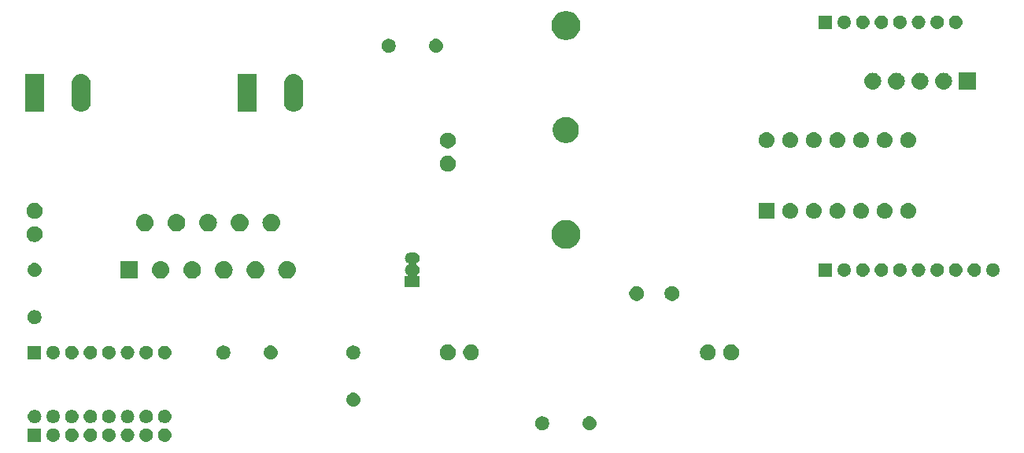
<source format=gbr>
G04 #@! TF.GenerationSoftware,KiCad,Pcbnew,5.0.2+dfsg1-1*
G04 #@! TF.CreationDate,2020-09-02T15:30:14-03:00*
G04 #@! TF.ProjectId,Quanser_Controller,5175616e-7365-4725-9f43-6f6e74726f6c,rev?*
G04 #@! TF.SameCoordinates,Original*
G04 #@! TF.FileFunction,Soldermask,Bot*
G04 #@! TF.FilePolarity,Negative*
%FSLAX46Y46*%
G04 Gerber Fmt 4.6, Leading zero omitted, Abs format (unit mm)*
G04 Created by KiCad (PCBNEW 5.0.2+dfsg1-1) date qua 02 set 2020 15:30:14 -03*
%MOMM*%
%LPD*%
G01*
G04 APERTURE LIST*
%ADD10C,0.100000*%
G04 APERTURE END LIST*
D10*
G36*
X105846991Y-97066101D02*
X105932321Y-97074505D01*
X106069172Y-97116019D01*
X106069174Y-97116020D01*
X106069177Y-97116021D01*
X106195296Y-97183432D01*
X106305843Y-97274157D01*
X106396568Y-97384704D01*
X106463979Y-97510823D01*
X106463980Y-97510826D01*
X106463981Y-97510828D01*
X106505495Y-97647679D01*
X106519512Y-97790000D01*
X106505495Y-97932321D01*
X106463981Y-98069172D01*
X106463979Y-98069177D01*
X106396568Y-98195296D01*
X106305843Y-98305843D01*
X106195296Y-98396568D01*
X106069177Y-98463979D01*
X106069174Y-98463980D01*
X106069172Y-98463981D01*
X105932321Y-98505495D01*
X105846991Y-98513899D01*
X105825660Y-98516000D01*
X105754340Y-98516000D01*
X105733009Y-98513899D01*
X105647679Y-98505495D01*
X105510828Y-98463981D01*
X105510826Y-98463980D01*
X105510823Y-98463979D01*
X105384704Y-98396568D01*
X105274157Y-98305843D01*
X105183432Y-98195296D01*
X105116021Y-98069177D01*
X105116019Y-98069172D01*
X105074505Y-97932321D01*
X105060488Y-97790000D01*
X105074505Y-97647679D01*
X105116019Y-97510828D01*
X105116020Y-97510826D01*
X105116021Y-97510823D01*
X105183432Y-97384704D01*
X105274157Y-97274157D01*
X105384704Y-97183432D01*
X105510823Y-97116021D01*
X105510826Y-97116020D01*
X105510828Y-97116019D01*
X105647679Y-97074505D01*
X105733009Y-97066101D01*
X105754340Y-97064000D01*
X105825660Y-97064000D01*
X105846991Y-97066101D01*
X105846991Y-97066101D01*
G37*
G36*
X109846991Y-97066101D02*
X109932321Y-97074505D01*
X110069172Y-97116019D01*
X110069174Y-97116020D01*
X110069177Y-97116021D01*
X110195296Y-97183432D01*
X110305843Y-97274157D01*
X110396568Y-97384704D01*
X110463979Y-97510823D01*
X110463980Y-97510826D01*
X110463981Y-97510828D01*
X110505495Y-97647679D01*
X110519512Y-97790000D01*
X110505495Y-97932321D01*
X110463981Y-98069172D01*
X110463979Y-98069177D01*
X110396568Y-98195296D01*
X110305843Y-98305843D01*
X110195296Y-98396568D01*
X110069177Y-98463979D01*
X110069174Y-98463980D01*
X110069172Y-98463981D01*
X109932321Y-98505495D01*
X109846991Y-98513899D01*
X109825660Y-98516000D01*
X109754340Y-98516000D01*
X109733009Y-98513899D01*
X109647679Y-98505495D01*
X109510828Y-98463981D01*
X109510826Y-98463980D01*
X109510823Y-98463979D01*
X109384704Y-98396568D01*
X109274157Y-98305843D01*
X109183432Y-98195296D01*
X109116021Y-98069177D01*
X109116019Y-98069172D01*
X109074505Y-97932321D01*
X109060488Y-97790000D01*
X109074505Y-97647679D01*
X109116019Y-97510828D01*
X109116020Y-97510826D01*
X109116021Y-97510823D01*
X109183432Y-97384704D01*
X109274157Y-97274157D01*
X109384704Y-97183432D01*
X109510823Y-97116021D01*
X109510826Y-97116020D01*
X109510828Y-97116019D01*
X109647679Y-97074505D01*
X109733009Y-97066101D01*
X109754340Y-97064000D01*
X109825660Y-97064000D01*
X109846991Y-97066101D01*
X109846991Y-97066101D01*
G37*
G36*
X107846991Y-97066101D02*
X107932321Y-97074505D01*
X108069172Y-97116019D01*
X108069174Y-97116020D01*
X108069177Y-97116021D01*
X108195296Y-97183432D01*
X108305843Y-97274157D01*
X108396568Y-97384704D01*
X108463979Y-97510823D01*
X108463980Y-97510826D01*
X108463981Y-97510828D01*
X108505495Y-97647679D01*
X108519512Y-97790000D01*
X108505495Y-97932321D01*
X108463981Y-98069172D01*
X108463979Y-98069177D01*
X108396568Y-98195296D01*
X108305843Y-98305843D01*
X108195296Y-98396568D01*
X108069177Y-98463979D01*
X108069174Y-98463980D01*
X108069172Y-98463981D01*
X107932321Y-98505495D01*
X107846991Y-98513899D01*
X107825660Y-98516000D01*
X107754340Y-98516000D01*
X107733009Y-98513899D01*
X107647679Y-98505495D01*
X107510828Y-98463981D01*
X107510826Y-98463980D01*
X107510823Y-98463979D01*
X107384704Y-98396568D01*
X107274157Y-98305843D01*
X107183432Y-98195296D01*
X107116021Y-98069177D01*
X107116019Y-98069172D01*
X107074505Y-97932321D01*
X107060488Y-97790000D01*
X107074505Y-97647679D01*
X107116019Y-97510828D01*
X107116020Y-97510826D01*
X107116021Y-97510823D01*
X107183432Y-97384704D01*
X107274157Y-97274157D01*
X107384704Y-97183432D01*
X107510823Y-97116021D01*
X107510826Y-97116020D01*
X107510828Y-97116019D01*
X107647679Y-97074505D01*
X107733009Y-97066101D01*
X107754340Y-97064000D01*
X107825660Y-97064000D01*
X107846991Y-97066101D01*
X107846991Y-97066101D01*
G37*
G36*
X98516000Y-98516000D02*
X97064000Y-98516000D01*
X97064000Y-97064000D01*
X98516000Y-97064000D01*
X98516000Y-98516000D01*
X98516000Y-98516000D01*
G37*
G36*
X111846991Y-97066101D02*
X111932321Y-97074505D01*
X112069172Y-97116019D01*
X112069174Y-97116020D01*
X112069177Y-97116021D01*
X112195296Y-97183432D01*
X112305843Y-97274157D01*
X112396568Y-97384704D01*
X112463979Y-97510823D01*
X112463980Y-97510826D01*
X112463981Y-97510828D01*
X112505495Y-97647679D01*
X112519512Y-97790000D01*
X112505495Y-97932321D01*
X112463981Y-98069172D01*
X112463979Y-98069177D01*
X112396568Y-98195296D01*
X112305843Y-98305843D01*
X112195296Y-98396568D01*
X112069177Y-98463979D01*
X112069174Y-98463980D01*
X112069172Y-98463981D01*
X111932321Y-98505495D01*
X111846991Y-98513899D01*
X111825660Y-98516000D01*
X111754340Y-98516000D01*
X111733009Y-98513899D01*
X111647679Y-98505495D01*
X111510828Y-98463981D01*
X111510826Y-98463980D01*
X111510823Y-98463979D01*
X111384704Y-98396568D01*
X111274157Y-98305843D01*
X111183432Y-98195296D01*
X111116021Y-98069177D01*
X111116019Y-98069172D01*
X111074505Y-97932321D01*
X111060488Y-97790000D01*
X111074505Y-97647679D01*
X111116019Y-97510828D01*
X111116020Y-97510826D01*
X111116021Y-97510823D01*
X111183432Y-97384704D01*
X111274157Y-97274157D01*
X111384704Y-97183432D01*
X111510823Y-97116021D01*
X111510826Y-97116020D01*
X111510828Y-97116019D01*
X111647679Y-97074505D01*
X111733009Y-97066101D01*
X111754340Y-97064000D01*
X111825660Y-97064000D01*
X111846991Y-97066101D01*
X111846991Y-97066101D01*
G37*
G36*
X101846991Y-97066101D02*
X101932321Y-97074505D01*
X102069172Y-97116019D01*
X102069174Y-97116020D01*
X102069177Y-97116021D01*
X102195296Y-97183432D01*
X102305843Y-97274157D01*
X102396568Y-97384704D01*
X102463979Y-97510823D01*
X102463980Y-97510826D01*
X102463981Y-97510828D01*
X102505495Y-97647679D01*
X102519512Y-97790000D01*
X102505495Y-97932321D01*
X102463981Y-98069172D01*
X102463979Y-98069177D01*
X102396568Y-98195296D01*
X102305843Y-98305843D01*
X102195296Y-98396568D01*
X102069177Y-98463979D01*
X102069174Y-98463980D01*
X102069172Y-98463981D01*
X101932321Y-98505495D01*
X101846991Y-98513899D01*
X101825660Y-98516000D01*
X101754340Y-98516000D01*
X101733009Y-98513899D01*
X101647679Y-98505495D01*
X101510828Y-98463981D01*
X101510826Y-98463980D01*
X101510823Y-98463979D01*
X101384704Y-98396568D01*
X101274157Y-98305843D01*
X101183432Y-98195296D01*
X101116021Y-98069177D01*
X101116019Y-98069172D01*
X101074505Y-97932321D01*
X101060488Y-97790000D01*
X101074505Y-97647679D01*
X101116019Y-97510828D01*
X101116020Y-97510826D01*
X101116021Y-97510823D01*
X101183432Y-97384704D01*
X101274157Y-97274157D01*
X101384704Y-97183432D01*
X101510823Y-97116021D01*
X101510826Y-97116020D01*
X101510828Y-97116019D01*
X101647679Y-97074505D01*
X101733009Y-97066101D01*
X101754340Y-97064000D01*
X101825660Y-97064000D01*
X101846991Y-97066101D01*
X101846991Y-97066101D01*
G37*
G36*
X103846991Y-97066101D02*
X103932321Y-97074505D01*
X104069172Y-97116019D01*
X104069174Y-97116020D01*
X104069177Y-97116021D01*
X104195296Y-97183432D01*
X104305843Y-97274157D01*
X104396568Y-97384704D01*
X104463979Y-97510823D01*
X104463980Y-97510826D01*
X104463981Y-97510828D01*
X104505495Y-97647679D01*
X104519512Y-97790000D01*
X104505495Y-97932321D01*
X104463981Y-98069172D01*
X104463979Y-98069177D01*
X104396568Y-98195296D01*
X104305843Y-98305843D01*
X104195296Y-98396568D01*
X104069177Y-98463979D01*
X104069174Y-98463980D01*
X104069172Y-98463981D01*
X103932321Y-98505495D01*
X103846991Y-98513899D01*
X103825660Y-98516000D01*
X103754340Y-98516000D01*
X103733009Y-98513899D01*
X103647679Y-98505495D01*
X103510828Y-98463981D01*
X103510826Y-98463980D01*
X103510823Y-98463979D01*
X103384704Y-98396568D01*
X103274157Y-98305843D01*
X103183432Y-98195296D01*
X103116021Y-98069177D01*
X103116019Y-98069172D01*
X103074505Y-97932321D01*
X103060488Y-97790000D01*
X103074505Y-97647679D01*
X103116019Y-97510828D01*
X103116020Y-97510826D01*
X103116021Y-97510823D01*
X103183432Y-97384704D01*
X103274157Y-97274157D01*
X103384704Y-97183432D01*
X103510823Y-97116021D01*
X103510826Y-97116020D01*
X103510828Y-97116019D01*
X103647679Y-97074505D01*
X103733009Y-97066101D01*
X103754340Y-97064000D01*
X103825660Y-97064000D01*
X103846991Y-97066101D01*
X103846991Y-97066101D01*
G37*
G36*
X99846991Y-97066101D02*
X99932321Y-97074505D01*
X100069172Y-97116019D01*
X100069174Y-97116020D01*
X100069177Y-97116021D01*
X100195296Y-97183432D01*
X100305843Y-97274157D01*
X100396568Y-97384704D01*
X100463979Y-97510823D01*
X100463980Y-97510826D01*
X100463981Y-97510828D01*
X100505495Y-97647679D01*
X100519512Y-97790000D01*
X100505495Y-97932321D01*
X100463981Y-98069172D01*
X100463979Y-98069177D01*
X100396568Y-98195296D01*
X100305843Y-98305843D01*
X100195296Y-98396568D01*
X100069177Y-98463979D01*
X100069174Y-98463980D01*
X100069172Y-98463981D01*
X99932321Y-98505495D01*
X99846991Y-98513899D01*
X99825660Y-98516000D01*
X99754340Y-98516000D01*
X99733009Y-98513899D01*
X99647679Y-98505495D01*
X99510828Y-98463981D01*
X99510826Y-98463980D01*
X99510823Y-98463979D01*
X99384704Y-98396568D01*
X99274157Y-98305843D01*
X99183432Y-98195296D01*
X99116021Y-98069177D01*
X99116019Y-98069172D01*
X99074505Y-97932321D01*
X99060488Y-97790000D01*
X99074505Y-97647679D01*
X99116019Y-97510828D01*
X99116020Y-97510826D01*
X99116021Y-97510823D01*
X99183432Y-97384704D01*
X99274157Y-97274157D01*
X99384704Y-97183432D01*
X99510823Y-97116021D01*
X99510826Y-97116020D01*
X99510828Y-97116019D01*
X99647679Y-97074505D01*
X99733009Y-97066101D01*
X99754340Y-97064000D01*
X99825660Y-97064000D01*
X99846991Y-97066101D01*
X99846991Y-97066101D01*
G37*
G36*
X157553665Y-95772622D02*
X157627222Y-95779867D01*
X157768786Y-95822810D01*
X157899252Y-95892546D01*
X158013606Y-95986394D01*
X158107454Y-96100748D01*
X158177190Y-96231214D01*
X158220133Y-96372778D01*
X158234633Y-96520000D01*
X158220133Y-96667222D01*
X158177190Y-96808786D01*
X158107454Y-96939252D01*
X158013606Y-97053606D01*
X157899252Y-97147454D01*
X157768786Y-97217190D01*
X157627222Y-97260133D01*
X157553665Y-97267378D01*
X157516888Y-97271000D01*
X157443112Y-97271000D01*
X157406335Y-97267378D01*
X157332778Y-97260133D01*
X157191214Y-97217190D01*
X157060748Y-97147454D01*
X156946394Y-97053606D01*
X156852546Y-96939252D01*
X156782810Y-96808786D01*
X156739867Y-96667222D01*
X156725367Y-96520000D01*
X156739867Y-96372778D01*
X156782810Y-96231214D01*
X156852546Y-96100748D01*
X156946394Y-95986394D01*
X157060748Y-95892546D01*
X157191214Y-95822810D01*
X157332778Y-95779867D01*
X157406335Y-95772622D01*
X157443112Y-95769000D01*
X157516888Y-95769000D01*
X157553665Y-95772622D01*
X157553665Y-95772622D01*
G37*
G36*
X152528600Y-95779867D02*
X152619059Y-95797860D01*
X152755732Y-95854472D01*
X152812715Y-95892547D01*
X152878738Y-95936662D01*
X152983338Y-96041262D01*
X152983340Y-96041265D01*
X153065528Y-96164268D01*
X153122140Y-96300941D01*
X153151000Y-96446033D01*
X153151000Y-96593967D01*
X153122140Y-96739059D01*
X153065528Y-96875732D01*
X152984446Y-96997079D01*
X152983338Y-96998738D01*
X152878738Y-97103338D01*
X152878735Y-97103340D01*
X152755732Y-97185528D01*
X152619059Y-97242140D01*
X152532004Y-97259456D01*
X152473969Y-97271000D01*
X152326031Y-97271000D01*
X152267996Y-97259456D01*
X152180941Y-97242140D01*
X152044268Y-97185528D01*
X151921265Y-97103340D01*
X151921262Y-97103338D01*
X151816662Y-96998738D01*
X151815554Y-96997079D01*
X151734472Y-96875732D01*
X151677860Y-96739059D01*
X151649000Y-96593967D01*
X151649000Y-96446033D01*
X151677860Y-96300941D01*
X151734472Y-96164268D01*
X151816660Y-96041265D01*
X151816662Y-96041262D01*
X151921262Y-95936662D01*
X151987285Y-95892547D01*
X152044268Y-95854472D01*
X152180941Y-95797860D01*
X152271400Y-95779867D01*
X152326031Y-95769000D01*
X152473969Y-95769000D01*
X152528600Y-95779867D01*
X152528600Y-95779867D01*
G37*
G36*
X111846991Y-95066101D02*
X111932321Y-95074505D01*
X112069172Y-95116019D01*
X112069174Y-95116020D01*
X112069177Y-95116021D01*
X112195296Y-95183432D01*
X112305843Y-95274157D01*
X112396568Y-95384704D01*
X112463979Y-95510823D01*
X112463980Y-95510826D01*
X112463981Y-95510828D01*
X112505495Y-95647679D01*
X112519512Y-95790000D01*
X112505495Y-95932321D01*
X112463981Y-96069172D01*
X112463979Y-96069177D01*
X112396568Y-96195296D01*
X112305843Y-96305843D01*
X112195296Y-96396568D01*
X112069177Y-96463979D01*
X112069174Y-96463980D01*
X112069172Y-96463981D01*
X111932321Y-96505495D01*
X111846991Y-96513899D01*
X111825660Y-96516000D01*
X111754340Y-96516000D01*
X111733009Y-96513899D01*
X111647679Y-96505495D01*
X111510828Y-96463981D01*
X111510826Y-96463980D01*
X111510823Y-96463979D01*
X111384704Y-96396568D01*
X111274157Y-96305843D01*
X111183432Y-96195296D01*
X111116021Y-96069177D01*
X111116019Y-96069172D01*
X111074505Y-95932321D01*
X111060488Y-95790000D01*
X111074505Y-95647679D01*
X111116019Y-95510828D01*
X111116020Y-95510826D01*
X111116021Y-95510823D01*
X111183432Y-95384704D01*
X111274157Y-95274157D01*
X111384704Y-95183432D01*
X111510823Y-95116021D01*
X111510826Y-95116020D01*
X111510828Y-95116019D01*
X111647679Y-95074505D01*
X111733009Y-95066101D01*
X111754340Y-95064000D01*
X111825660Y-95064000D01*
X111846991Y-95066101D01*
X111846991Y-95066101D01*
G37*
G36*
X107846991Y-95066101D02*
X107932321Y-95074505D01*
X108069172Y-95116019D01*
X108069174Y-95116020D01*
X108069177Y-95116021D01*
X108195296Y-95183432D01*
X108305843Y-95274157D01*
X108396568Y-95384704D01*
X108463979Y-95510823D01*
X108463980Y-95510826D01*
X108463981Y-95510828D01*
X108505495Y-95647679D01*
X108519512Y-95790000D01*
X108505495Y-95932321D01*
X108463981Y-96069172D01*
X108463979Y-96069177D01*
X108396568Y-96195296D01*
X108305843Y-96305843D01*
X108195296Y-96396568D01*
X108069177Y-96463979D01*
X108069174Y-96463980D01*
X108069172Y-96463981D01*
X107932321Y-96505495D01*
X107846991Y-96513899D01*
X107825660Y-96516000D01*
X107754340Y-96516000D01*
X107733009Y-96513899D01*
X107647679Y-96505495D01*
X107510828Y-96463981D01*
X107510826Y-96463980D01*
X107510823Y-96463979D01*
X107384704Y-96396568D01*
X107274157Y-96305843D01*
X107183432Y-96195296D01*
X107116021Y-96069177D01*
X107116019Y-96069172D01*
X107074505Y-95932321D01*
X107060488Y-95790000D01*
X107074505Y-95647679D01*
X107116019Y-95510828D01*
X107116020Y-95510826D01*
X107116021Y-95510823D01*
X107183432Y-95384704D01*
X107274157Y-95274157D01*
X107384704Y-95183432D01*
X107510823Y-95116021D01*
X107510826Y-95116020D01*
X107510828Y-95116019D01*
X107647679Y-95074505D01*
X107733009Y-95066101D01*
X107754340Y-95064000D01*
X107825660Y-95064000D01*
X107846991Y-95066101D01*
X107846991Y-95066101D01*
G37*
G36*
X105846991Y-95066101D02*
X105932321Y-95074505D01*
X106069172Y-95116019D01*
X106069174Y-95116020D01*
X106069177Y-95116021D01*
X106195296Y-95183432D01*
X106305843Y-95274157D01*
X106396568Y-95384704D01*
X106463979Y-95510823D01*
X106463980Y-95510826D01*
X106463981Y-95510828D01*
X106505495Y-95647679D01*
X106519512Y-95790000D01*
X106505495Y-95932321D01*
X106463981Y-96069172D01*
X106463979Y-96069177D01*
X106396568Y-96195296D01*
X106305843Y-96305843D01*
X106195296Y-96396568D01*
X106069177Y-96463979D01*
X106069174Y-96463980D01*
X106069172Y-96463981D01*
X105932321Y-96505495D01*
X105846991Y-96513899D01*
X105825660Y-96516000D01*
X105754340Y-96516000D01*
X105733009Y-96513899D01*
X105647679Y-96505495D01*
X105510828Y-96463981D01*
X105510826Y-96463980D01*
X105510823Y-96463979D01*
X105384704Y-96396568D01*
X105274157Y-96305843D01*
X105183432Y-96195296D01*
X105116021Y-96069177D01*
X105116019Y-96069172D01*
X105074505Y-95932321D01*
X105060488Y-95790000D01*
X105074505Y-95647679D01*
X105116019Y-95510828D01*
X105116020Y-95510826D01*
X105116021Y-95510823D01*
X105183432Y-95384704D01*
X105274157Y-95274157D01*
X105384704Y-95183432D01*
X105510823Y-95116021D01*
X105510826Y-95116020D01*
X105510828Y-95116019D01*
X105647679Y-95074505D01*
X105733009Y-95066101D01*
X105754340Y-95064000D01*
X105825660Y-95064000D01*
X105846991Y-95066101D01*
X105846991Y-95066101D01*
G37*
G36*
X97846991Y-95066101D02*
X97932321Y-95074505D01*
X98069172Y-95116019D01*
X98069174Y-95116020D01*
X98069177Y-95116021D01*
X98195296Y-95183432D01*
X98305843Y-95274157D01*
X98396568Y-95384704D01*
X98463979Y-95510823D01*
X98463980Y-95510826D01*
X98463981Y-95510828D01*
X98505495Y-95647679D01*
X98519512Y-95790000D01*
X98505495Y-95932321D01*
X98463981Y-96069172D01*
X98463979Y-96069177D01*
X98396568Y-96195296D01*
X98305843Y-96305843D01*
X98195296Y-96396568D01*
X98069177Y-96463979D01*
X98069174Y-96463980D01*
X98069172Y-96463981D01*
X97932321Y-96505495D01*
X97846991Y-96513899D01*
X97825660Y-96516000D01*
X97754340Y-96516000D01*
X97733009Y-96513899D01*
X97647679Y-96505495D01*
X97510828Y-96463981D01*
X97510826Y-96463980D01*
X97510823Y-96463979D01*
X97384704Y-96396568D01*
X97274157Y-96305843D01*
X97183432Y-96195296D01*
X97116021Y-96069177D01*
X97116019Y-96069172D01*
X97074505Y-95932321D01*
X97060488Y-95790000D01*
X97074505Y-95647679D01*
X97116019Y-95510828D01*
X97116020Y-95510826D01*
X97116021Y-95510823D01*
X97183432Y-95384704D01*
X97274157Y-95274157D01*
X97384704Y-95183432D01*
X97510823Y-95116021D01*
X97510826Y-95116020D01*
X97510828Y-95116019D01*
X97647679Y-95074505D01*
X97733009Y-95066101D01*
X97754340Y-95064000D01*
X97825660Y-95064000D01*
X97846991Y-95066101D01*
X97846991Y-95066101D01*
G37*
G36*
X99846991Y-95066101D02*
X99932321Y-95074505D01*
X100069172Y-95116019D01*
X100069174Y-95116020D01*
X100069177Y-95116021D01*
X100195296Y-95183432D01*
X100305843Y-95274157D01*
X100396568Y-95384704D01*
X100463979Y-95510823D01*
X100463980Y-95510826D01*
X100463981Y-95510828D01*
X100505495Y-95647679D01*
X100519512Y-95790000D01*
X100505495Y-95932321D01*
X100463981Y-96069172D01*
X100463979Y-96069177D01*
X100396568Y-96195296D01*
X100305843Y-96305843D01*
X100195296Y-96396568D01*
X100069177Y-96463979D01*
X100069174Y-96463980D01*
X100069172Y-96463981D01*
X99932321Y-96505495D01*
X99846991Y-96513899D01*
X99825660Y-96516000D01*
X99754340Y-96516000D01*
X99733009Y-96513899D01*
X99647679Y-96505495D01*
X99510828Y-96463981D01*
X99510826Y-96463980D01*
X99510823Y-96463979D01*
X99384704Y-96396568D01*
X99274157Y-96305843D01*
X99183432Y-96195296D01*
X99116021Y-96069177D01*
X99116019Y-96069172D01*
X99074505Y-95932321D01*
X99060488Y-95790000D01*
X99074505Y-95647679D01*
X99116019Y-95510828D01*
X99116020Y-95510826D01*
X99116021Y-95510823D01*
X99183432Y-95384704D01*
X99274157Y-95274157D01*
X99384704Y-95183432D01*
X99510823Y-95116021D01*
X99510826Y-95116020D01*
X99510828Y-95116019D01*
X99647679Y-95074505D01*
X99733009Y-95066101D01*
X99754340Y-95064000D01*
X99825660Y-95064000D01*
X99846991Y-95066101D01*
X99846991Y-95066101D01*
G37*
G36*
X101846991Y-95066101D02*
X101932321Y-95074505D01*
X102069172Y-95116019D01*
X102069174Y-95116020D01*
X102069177Y-95116021D01*
X102195296Y-95183432D01*
X102305843Y-95274157D01*
X102396568Y-95384704D01*
X102463979Y-95510823D01*
X102463980Y-95510826D01*
X102463981Y-95510828D01*
X102505495Y-95647679D01*
X102519512Y-95790000D01*
X102505495Y-95932321D01*
X102463981Y-96069172D01*
X102463979Y-96069177D01*
X102396568Y-96195296D01*
X102305843Y-96305843D01*
X102195296Y-96396568D01*
X102069177Y-96463979D01*
X102069174Y-96463980D01*
X102069172Y-96463981D01*
X101932321Y-96505495D01*
X101846991Y-96513899D01*
X101825660Y-96516000D01*
X101754340Y-96516000D01*
X101733009Y-96513899D01*
X101647679Y-96505495D01*
X101510828Y-96463981D01*
X101510826Y-96463980D01*
X101510823Y-96463979D01*
X101384704Y-96396568D01*
X101274157Y-96305843D01*
X101183432Y-96195296D01*
X101116021Y-96069177D01*
X101116019Y-96069172D01*
X101074505Y-95932321D01*
X101060488Y-95790000D01*
X101074505Y-95647679D01*
X101116019Y-95510828D01*
X101116020Y-95510826D01*
X101116021Y-95510823D01*
X101183432Y-95384704D01*
X101274157Y-95274157D01*
X101384704Y-95183432D01*
X101510823Y-95116021D01*
X101510826Y-95116020D01*
X101510828Y-95116019D01*
X101647679Y-95074505D01*
X101733009Y-95066101D01*
X101754340Y-95064000D01*
X101825660Y-95064000D01*
X101846991Y-95066101D01*
X101846991Y-95066101D01*
G37*
G36*
X103846991Y-95066101D02*
X103932321Y-95074505D01*
X104069172Y-95116019D01*
X104069174Y-95116020D01*
X104069177Y-95116021D01*
X104195296Y-95183432D01*
X104305843Y-95274157D01*
X104396568Y-95384704D01*
X104463979Y-95510823D01*
X104463980Y-95510826D01*
X104463981Y-95510828D01*
X104505495Y-95647679D01*
X104519512Y-95790000D01*
X104505495Y-95932321D01*
X104463981Y-96069172D01*
X104463979Y-96069177D01*
X104396568Y-96195296D01*
X104305843Y-96305843D01*
X104195296Y-96396568D01*
X104069177Y-96463979D01*
X104069174Y-96463980D01*
X104069172Y-96463981D01*
X103932321Y-96505495D01*
X103846991Y-96513899D01*
X103825660Y-96516000D01*
X103754340Y-96516000D01*
X103733009Y-96513899D01*
X103647679Y-96505495D01*
X103510828Y-96463981D01*
X103510826Y-96463980D01*
X103510823Y-96463979D01*
X103384704Y-96396568D01*
X103274157Y-96305843D01*
X103183432Y-96195296D01*
X103116021Y-96069177D01*
X103116019Y-96069172D01*
X103074505Y-95932321D01*
X103060488Y-95790000D01*
X103074505Y-95647679D01*
X103116019Y-95510828D01*
X103116020Y-95510826D01*
X103116021Y-95510823D01*
X103183432Y-95384704D01*
X103274157Y-95274157D01*
X103384704Y-95183432D01*
X103510823Y-95116021D01*
X103510826Y-95116020D01*
X103510828Y-95116019D01*
X103647679Y-95074505D01*
X103733009Y-95066101D01*
X103754340Y-95064000D01*
X103825660Y-95064000D01*
X103846991Y-95066101D01*
X103846991Y-95066101D01*
G37*
G36*
X109846991Y-95066101D02*
X109932321Y-95074505D01*
X110069172Y-95116019D01*
X110069174Y-95116020D01*
X110069177Y-95116021D01*
X110195296Y-95183432D01*
X110305843Y-95274157D01*
X110396568Y-95384704D01*
X110463979Y-95510823D01*
X110463980Y-95510826D01*
X110463981Y-95510828D01*
X110505495Y-95647679D01*
X110519512Y-95790000D01*
X110505495Y-95932321D01*
X110463981Y-96069172D01*
X110463979Y-96069177D01*
X110396568Y-96195296D01*
X110305843Y-96305843D01*
X110195296Y-96396568D01*
X110069177Y-96463979D01*
X110069174Y-96463980D01*
X110069172Y-96463981D01*
X109932321Y-96505495D01*
X109846991Y-96513899D01*
X109825660Y-96516000D01*
X109754340Y-96516000D01*
X109733009Y-96513899D01*
X109647679Y-96505495D01*
X109510828Y-96463981D01*
X109510826Y-96463980D01*
X109510823Y-96463979D01*
X109384704Y-96396568D01*
X109274157Y-96305843D01*
X109183432Y-96195296D01*
X109116021Y-96069177D01*
X109116019Y-96069172D01*
X109074505Y-95932321D01*
X109060488Y-95790000D01*
X109074505Y-95647679D01*
X109116019Y-95510828D01*
X109116020Y-95510826D01*
X109116021Y-95510823D01*
X109183432Y-95384704D01*
X109274157Y-95274157D01*
X109384704Y-95183432D01*
X109510823Y-95116021D01*
X109510826Y-95116020D01*
X109510828Y-95116019D01*
X109647679Y-95074505D01*
X109733009Y-95066101D01*
X109754340Y-95064000D01*
X109825660Y-95064000D01*
X109846991Y-95066101D01*
X109846991Y-95066101D01*
G37*
G36*
X132153665Y-93232622D02*
X132227222Y-93239867D01*
X132368786Y-93282810D01*
X132499252Y-93352546D01*
X132613606Y-93446394D01*
X132707454Y-93560748D01*
X132777190Y-93691214D01*
X132820133Y-93832778D01*
X132834633Y-93980000D01*
X132820133Y-94127222D01*
X132777190Y-94268786D01*
X132707454Y-94399252D01*
X132613606Y-94513606D01*
X132499252Y-94607454D01*
X132368786Y-94677190D01*
X132227222Y-94720133D01*
X132153665Y-94727378D01*
X132116888Y-94731000D01*
X132043112Y-94731000D01*
X132006335Y-94727378D01*
X131932778Y-94720133D01*
X131791214Y-94677190D01*
X131660748Y-94607454D01*
X131546394Y-94513606D01*
X131452546Y-94399252D01*
X131382810Y-94268786D01*
X131339867Y-94127222D01*
X131325367Y-93980000D01*
X131339867Y-93832778D01*
X131382810Y-93691214D01*
X131452546Y-93560748D01*
X131546394Y-93446394D01*
X131660748Y-93352546D01*
X131791214Y-93282810D01*
X131932778Y-93239867D01*
X132006335Y-93232622D01*
X132043112Y-93229000D01*
X132116888Y-93229000D01*
X132153665Y-93232622D01*
X132153665Y-93232622D01*
G37*
G36*
X170468228Y-88081703D02*
X170623100Y-88145853D01*
X170762481Y-88238985D01*
X170881015Y-88357519D01*
X170974147Y-88496900D01*
X171038297Y-88651772D01*
X171071000Y-88816184D01*
X171071000Y-88983816D01*
X171038297Y-89148228D01*
X170974147Y-89303100D01*
X170881015Y-89442481D01*
X170762481Y-89561015D01*
X170623100Y-89654147D01*
X170468228Y-89718297D01*
X170303816Y-89751000D01*
X170136184Y-89751000D01*
X169971772Y-89718297D01*
X169816900Y-89654147D01*
X169677519Y-89561015D01*
X169558985Y-89442481D01*
X169465853Y-89303100D01*
X169401703Y-89148228D01*
X169369000Y-88983816D01*
X169369000Y-88816184D01*
X169401703Y-88651772D01*
X169465853Y-88496900D01*
X169558985Y-88357519D01*
X169677519Y-88238985D01*
X169816900Y-88145853D01*
X169971772Y-88081703D01*
X170136184Y-88049000D01*
X170303816Y-88049000D01*
X170468228Y-88081703D01*
X170468228Y-88081703D01*
G37*
G36*
X172968228Y-88081703D02*
X173123100Y-88145853D01*
X173262481Y-88238985D01*
X173381015Y-88357519D01*
X173474147Y-88496900D01*
X173538297Y-88651772D01*
X173571000Y-88816184D01*
X173571000Y-88983816D01*
X173538297Y-89148228D01*
X173474147Y-89303100D01*
X173381015Y-89442481D01*
X173262481Y-89561015D01*
X173123100Y-89654147D01*
X172968228Y-89718297D01*
X172803816Y-89751000D01*
X172636184Y-89751000D01*
X172471772Y-89718297D01*
X172316900Y-89654147D01*
X172177519Y-89561015D01*
X172058985Y-89442481D01*
X171965853Y-89303100D01*
X171901703Y-89148228D01*
X171869000Y-88983816D01*
X171869000Y-88816184D01*
X171901703Y-88651772D01*
X171965853Y-88496900D01*
X172058985Y-88357519D01*
X172177519Y-88238985D01*
X172316900Y-88145853D01*
X172471772Y-88081703D01*
X172636184Y-88049000D01*
X172803816Y-88049000D01*
X172968228Y-88081703D01*
X172968228Y-88081703D01*
G37*
G36*
X144988228Y-88081703D02*
X145143100Y-88145853D01*
X145282481Y-88238985D01*
X145401015Y-88357519D01*
X145494147Y-88496900D01*
X145558297Y-88651772D01*
X145591000Y-88816184D01*
X145591000Y-88983816D01*
X145558297Y-89148228D01*
X145494147Y-89303100D01*
X145401015Y-89442481D01*
X145282481Y-89561015D01*
X145143100Y-89654147D01*
X144988228Y-89718297D01*
X144823816Y-89751000D01*
X144656184Y-89751000D01*
X144491772Y-89718297D01*
X144336900Y-89654147D01*
X144197519Y-89561015D01*
X144078985Y-89442481D01*
X143985853Y-89303100D01*
X143921703Y-89148228D01*
X143889000Y-88983816D01*
X143889000Y-88816184D01*
X143921703Y-88651772D01*
X143985853Y-88496900D01*
X144078985Y-88357519D01*
X144197519Y-88238985D01*
X144336900Y-88145853D01*
X144491772Y-88081703D01*
X144656184Y-88049000D01*
X144823816Y-88049000D01*
X144988228Y-88081703D01*
X144988228Y-88081703D01*
G37*
G36*
X142488228Y-88081703D02*
X142643100Y-88145853D01*
X142782481Y-88238985D01*
X142901015Y-88357519D01*
X142994147Y-88496900D01*
X143058297Y-88651772D01*
X143091000Y-88816184D01*
X143091000Y-88983816D01*
X143058297Y-89148228D01*
X142994147Y-89303100D01*
X142901015Y-89442481D01*
X142782481Y-89561015D01*
X142643100Y-89654147D01*
X142488228Y-89718297D01*
X142323816Y-89751000D01*
X142156184Y-89751000D01*
X141991772Y-89718297D01*
X141836900Y-89654147D01*
X141697519Y-89561015D01*
X141578985Y-89442481D01*
X141485853Y-89303100D01*
X141421703Y-89148228D01*
X141389000Y-88983816D01*
X141389000Y-88816184D01*
X141421703Y-88651772D01*
X141485853Y-88496900D01*
X141578985Y-88357519D01*
X141697519Y-88238985D01*
X141836900Y-88145853D01*
X141991772Y-88081703D01*
X142156184Y-88049000D01*
X142323816Y-88049000D01*
X142488228Y-88081703D01*
X142488228Y-88081703D01*
G37*
G36*
X123263665Y-88152622D02*
X123337222Y-88159867D01*
X123478786Y-88202810D01*
X123609252Y-88272546D01*
X123723606Y-88366394D01*
X123817454Y-88480748D01*
X123887190Y-88611214D01*
X123930133Y-88752778D01*
X123944633Y-88900000D01*
X123930133Y-89047222D01*
X123887190Y-89188786D01*
X123817454Y-89319252D01*
X123723606Y-89433606D01*
X123609252Y-89527454D01*
X123478786Y-89597190D01*
X123337222Y-89640133D01*
X123263665Y-89647378D01*
X123226888Y-89651000D01*
X123153112Y-89651000D01*
X123116335Y-89647378D01*
X123042778Y-89640133D01*
X122901214Y-89597190D01*
X122770748Y-89527454D01*
X122656394Y-89433606D01*
X122562546Y-89319252D01*
X122492810Y-89188786D01*
X122449867Y-89047222D01*
X122435367Y-88900000D01*
X122449867Y-88752778D01*
X122492810Y-88611214D01*
X122562546Y-88480748D01*
X122656394Y-88366394D01*
X122770748Y-88272546D01*
X122901214Y-88202810D01*
X123042778Y-88159867D01*
X123116335Y-88152622D01*
X123153112Y-88149000D01*
X123226888Y-88149000D01*
X123263665Y-88152622D01*
X123263665Y-88152622D01*
G37*
G36*
X118238600Y-88159867D02*
X118329059Y-88177860D01*
X118465732Y-88234472D01*
X118522715Y-88272547D01*
X118588738Y-88316662D01*
X118693338Y-88421262D01*
X118693340Y-88421265D01*
X118775528Y-88544268D01*
X118832140Y-88680941D01*
X118861000Y-88826033D01*
X118861000Y-88973967D01*
X118832140Y-89119059D01*
X118775528Y-89255732D01*
X118694446Y-89377079D01*
X118693338Y-89378738D01*
X118588738Y-89483338D01*
X118588735Y-89483340D01*
X118465732Y-89565528D01*
X118329059Y-89622140D01*
X118242004Y-89639456D01*
X118183969Y-89651000D01*
X118036031Y-89651000D01*
X117977996Y-89639456D01*
X117890941Y-89622140D01*
X117754268Y-89565528D01*
X117631265Y-89483340D01*
X117631262Y-89483338D01*
X117526662Y-89378738D01*
X117525554Y-89377079D01*
X117444472Y-89255732D01*
X117387860Y-89119059D01*
X117359000Y-88973967D01*
X117359000Y-88826033D01*
X117387860Y-88680941D01*
X117444472Y-88544268D01*
X117526660Y-88421265D01*
X117526662Y-88421262D01*
X117631262Y-88316662D01*
X117697285Y-88272547D01*
X117754268Y-88234472D01*
X117890941Y-88177860D01*
X117981400Y-88159867D01*
X118036031Y-88149000D01*
X118183969Y-88149000D01*
X118238600Y-88159867D01*
X118238600Y-88159867D01*
G37*
G36*
X132208600Y-88159867D02*
X132299059Y-88177860D01*
X132435732Y-88234472D01*
X132492715Y-88272547D01*
X132558738Y-88316662D01*
X132663338Y-88421262D01*
X132663340Y-88421265D01*
X132745528Y-88544268D01*
X132802140Y-88680941D01*
X132831000Y-88826033D01*
X132831000Y-88973967D01*
X132802140Y-89119059D01*
X132745528Y-89255732D01*
X132664446Y-89377079D01*
X132663338Y-89378738D01*
X132558738Y-89483338D01*
X132558735Y-89483340D01*
X132435732Y-89565528D01*
X132299059Y-89622140D01*
X132212004Y-89639456D01*
X132153969Y-89651000D01*
X132006031Y-89651000D01*
X131947996Y-89639456D01*
X131860941Y-89622140D01*
X131724268Y-89565528D01*
X131601265Y-89483340D01*
X131601262Y-89483338D01*
X131496662Y-89378738D01*
X131495554Y-89377079D01*
X131414472Y-89255732D01*
X131357860Y-89119059D01*
X131329000Y-88973967D01*
X131329000Y-88826033D01*
X131357860Y-88680941D01*
X131414472Y-88544268D01*
X131496660Y-88421265D01*
X131496662Y-88421262D01*
X131601262Y-88316662D01*
X131667285Y-88272547D01*
X131724268Y-88234472D01*
X131860941Y-88177860D01*
X131951400Y-88159867D01*
X132006031Y-88149000D01*
X132153969Y-88149000D01*
X132208600Y-88159867D01*
X132208600Y-88159867D01*
G37*
G36*
X103846991Y-88176101D02*
X103932321Y-88184505D01*
X104069172Y-88226019D01*
X104069174Y-88226020D01*
X104069177Y-88226021D01*
X104195296Y-88293432D01*
X104305843Y-88384157D01*
X104396568Y-88494704D01*
X104463979Y-88620823D01*
X104463980Y-88620826D01*
X104463981Y-88620828D01*
X104505495Y-88757679D01*
X104519512Y-88900000D01*
X104505495Y-89042321D01*
X104463981Y-89179172D01*
X104463979Y-89179177D01*
X104396568Y-89305296D01*
X104305843Y-89415843D01*
X104195296Y-89506568D01*
X104069177Y-89573979D01*
X104069174Y-89573980D01*
X104069172Y-89573981D01*
X103932321Y-89615495D01*
X103846991Y-89623899D01*
X103825660Y-89626000D01*
X103754340Y-89626000D01*
X103733009Y-89623899D01*
X103647679Y-89615495D01*
X103510828Y-89573981D01*
X103510826Y-89573980D01*
X103510823Y-89573979D01*
X103384704Y-89506568D01*
X103274157Y-89415843D01*
X103183432Y-89305296D01*
X103116021Y-89179177D01*
X103116019Y-89179172D01*
X103074505Y-89042321D01*
X103060488Y-88900000D01*
X103074505Y-88757679D01*
X103116019Y-88620828D01*
X103116020Y-88620826D01*
X103116021Y-88620823D01*
X103183432Y-88494704D01*
X103274157Y-88384157D01*
X103384704Y-88293432D01*
X103510823Y-88226021D01*
X103510826Y-88226020D01*
X103510828Y-88226019D01*
X103647679Y-88184505D01*
X103733009Y-88176101D01*
X103754340Y-88174000D01*
X103825660Y-88174000D01*
X103846991Y-88176101D01*
X103846991Y-88176101D01*
G37*
G36*
X98516000Y-89626000D02*
X97064000Y-89626000D01*
X97064000Y-88174000D01*
X98516000Y-88174000D01*
X98516000Y-89626000D01*
X98516000Y-89626000D01*
G37*
G36*
X99846991Y-88176101D02*
X99932321Y-88184505D01*
X100069172Y-88226019D01*
X100069174Y-88226020D01*
X100069177Y-88226021D01*
X100195296Y-88293432D01*
X100305843Y-88384157D01*
X100396568Y-88494704D01*
X100463979Y-88620823D01*
X100463980Y-88620826D01*
X100463981Y-88620828D01*
X100505495Y-88757679D01*
X100519512Y-88900000D01*
X100505495Y-89042321D01*
X100463981Y-89179172D01*
X100463979Y-89179177D01*
X100396568Y-89305296D01*
X100305843Y-89415843D01*
X100195296Y-89506568D01*
X100069177Y-89573979D01*
X100069174Y-89573980D01*
X100069172Y-89573981D01*
X99932321Y-89615495D01*
X99846991Y-89623899D01*
X99825660Y-89626000D01*
X99754340Y-89626000D01*
X99733009Y-89623899D01*
X99647679Y-89615495D01*
X99510828Y-89573981D01*
X99510826Y-89573980D01*
X99510823Y-89573979D01*
X99384704Y-89506568D01*
X99274157Y-89415843D01*
X99183432Y-89305296D01*
X99116021Y-89179177D01*
X99116019Y-89179172D01*
X99074505Y-89042321D01*
X99060488Y-88900000D01*
X99074505Y-88757679D01*
X99116019Y-88620828D01*
X99116020Y-88620826D01*
X99116021Y-88620823D01*
X99183432Y-88494704D01*
X99274157Y-88384157D01*
X99384704Y-88293432D01*
X99510823Y-88226021D01*
X99510826Y-88226020D01*
X99510828Y-88226019D01*
X99647679Y-88184505D01*
X99733009Y-88176101D01*
X99754340Y-88174000D01*
X99825660Y-88174000D01*
X99846991Y-88176101D01*
X99846991Y-88176101D01*
G37*
G36*
X101846991Y-88176101D02*
X101932321Y-88184505D01*
X102069172Y-88226019D01*
X102069174Y-88226020D01*
X102069177Y-88226021D01*
X102195296Y-88293432D01*
X102305843Y-88384157D01*
X102396568Y-88494704D01*
X102463979Y-88620823D01*
X102463980Y-88620826D01*
X102463981Y-88620828D01*
X102505495Y-88757679D01*
X102519512Y-88900000D01*
X102505495Y-89042321D01*
X102463981Y-89179172D01*
X102463979Y-89179177D01*
X102396568Y-89305296D01*
X102305843Y-89415843D01*
X102195296Y-89506568D01*
X102069177Y-89573979D01*
X102069174Y-89573980D01*
X102069172Y-89573981D01*
X101932321Y-89615495D01*
X101846991Y-89623899D01*
X101825660Y-89626000D01*
X101754340Y-89626000D01*
X101733009Y-89623899D01*
X101647679Y-89615495D01*
X101510828Y-89573981D01*
X101510826Y-89573980D01*
X101510823Y-89573979D01*
X101384704Y-89506568D01*
X101274157Y-89415843D01*
X101183432Y-89305296D01*
X101116021Y-89179177D01*
X101116019Y-89179172D01*
X101074505Y-89042321D01*
X101060488Y-88900000D01*
X101074505Y-88757679D01*
X101116019Y-88620828D01*
X101116020Y-88620826D01*
X101116021Y-88620823D01*
X101183432Y-88494704D01*
X101274157Y-88384157D01*
X101384704Y-88293432D01*
X101510823Y-88226021D01*
X101510826Y-88226020D01*
X101510828Y-88226019D01*
X101647679Y-88184505D01*
X101733009Y-88176101D01*
X101754340Y-88174000D01*
X101825660Y-88174000D01*
X101846991Y-88176101D01*
X101846991Y-88176101D01*
G37*
G36*
X107846991Y-88176101D02*
X107932321Y-88184505D01*
X108069172Y-88226019D01*
X108069174Y-88226020D01*
X108069177Y-88226021D01*
X108195296Y-88293432D01*
X108305843Y-88384157D01*
X108396568Y-88494704D01*
X108463979Y-88620823D01*
X108463980Y-88620826D01*
X108463981Y-88620828D01*
X108505495Y-88757679D01*
X108519512Y-88900000D01*
X108505495Y-89042321D01*
X108463981Y-89179172D01*
X108463979Y-89179177D01*
X108396568Y-89305296D01*
X108305843Y-89415843D01*
X108195296Y-89506568D01*
X108069177Y-89573979D01*
X108069174Y-89573980D01*
X108069172Y-89573981D01*
X107932321Y-89615495D01*
X107846991Y-89623899D01*
X107825660Y-89626000D01*
X107754340Y-89626000D01*
X107733009Y-89623899D01*
X107647679Y-89615495D01*
X107510828Y-89573981D01*
X107510826Y-89573980D01*
X107510823Y-89573979D01*
X107384704Y-89506568D01*
X107274157Y-89415843D01*
X107183432Y-89305296D01*
X107116021Y-89179177D01*
X107116019Y-89179172D01*
X107074505Y-89042321D01*
X107060488Y-88900000D01*
X107074505Y-88757679D01*
X107116019Y-88620828D01*
X107116020Y-88620826D01*
X107116021Y-88620823D01*
X107183432Y-88494704D01*
X107274157Y-88384157D01*
X107384704Y-88293432D01*
X107510823Y-88226021D01*
X107510826Y-88226020D01*
X107510828Y-88226019D01*
X107647679Y-88184505D01*
X107733009Y-88176101D01*
X107754340Y-88174000D01*
X107825660Y-88174000D01*
X107846991Y-88176101D01*
X107846991Y-88176101D01*
G37*
G36*
X105846991Y-88176101D02*
X105932321Y-88184505D01*
X106069172Y-88226019D01*
X106069174Y-88226020D01*
X106069177Y-88226021D01*
X106195296Y-88293432D01*
X106305843Y-88384157D01*
X106396568Y-88494704D01*
X106463979Y-88620823D01*
X106463980Y-88620826D01*
X106463981Y-88620828D01*
X106505495Y-88757679D01*
X106519512Y-88900000D01*
X106505495Y-89042321D01*
X106463981Y-89179172D01*
X106463979Y-89179177D01*
X106396568Y-89305296D01*
X106305843Y-89415843D01*
X106195296Y-89506568D01*
X106069177Y-89573979D01*
X106069174Y-89573980D01*
X106069172Y-89573981D01*
X105932321Y-89615495D01*
X105846991Y-89623899D01*
X105825660Y-89626000D01*
X105754340Y-89626000D01*
X105733009Y-89623899D01*
X105647679Y-89615495D01*
X105510828Y-89573981D01*
X105510826Y-89573980D01*
X105510823Y-89573979D01*
X105384704Y-89506568D01*
X105274157Y-89415843D01*
X105183432Y-89305296D01*
X105116021Y-89179177D01*
X105116019Y-89179172D01*
X105074505Y-89042321D01*
X105060488Y-88900000D01*
X105074505Y-88757679D01*
X105116019Y-88620828D01*
X105116020Y-88620826D01*
X105116021Y-88620823D01*
X105183432Y-88494704D01*
X105274157Y-88384157D01*
X105384704Y-88293432D01*
X105510823Y-88226021D01*
X105510826Y-88226020D01*
X105510828Y-88226019D01*
X105647679Y-88184505D01*
X105733009Y-88176101D01*
X105754340Y-88174000D01*
X105825660Y-88174000D01*
X105846991Y-88176101D01*
X105846991Y-88176101D01*
G37*
G36*
X109846991Y-88176101D02*
X109932321Y-88184505D01*
X110069172Y-88226019D01*
X110069174Y-88226020D01*
X110069177Y-88226021D01*
X110195296Y-88293432D01*
X110305843Y-88384157D01*
X110396568Y-88494704D01*
X110463979Y-88620823D01*
X110463980Y-88620826D01*
X110463981Y-88620828D01*
X110505495Y-88757679D01*
X110519512Y-88900000D01*
X110505495Y-89042321D01*
X110463981Y-89179172D01*
X110463979Y-89179177D01*
X110396568Y-89305296D01*
X110305843Y-89415843D01*
X110195296Y-89506568D01*
X110069177Y-89573979D01*
X110069174Y-89573980D01*
X110069172Y-89573981D01*
X109932321Y-89615495D01*
X109846991Y-89623899D01*
X109825660Y-89626000D01*
X109754340Y-89626000D01*
X109733009Y-89623899D01*
X109647679Y-89615495D01*
X109510828Y-89573981D01*
X109510826Y-89573980D01*
X109510823Y-89573979D01*
X109384704Y-89506568D01*
X109274157Y-89415843D01*
X109183432Y-89305296D01*
X109116021Y-89179177D01*
X109116019Y-89179172D01*
X109074505Y-89042321D01*
X109060488Y-88900000D01*
X109074505Y-88757679D01*
X109116019Y-88620828D01*
X109116020Y-88620826D01*
X109116021Y-88620823D01*
X109183432Y-88494704D01*
X109274157Y-88384157D01*
X109384704Y-88293432D01*
X109510823Y-88226021D01*
X109510826Y-88226020D01*
X109510828Y-88226019D01*
X109647679Y-88184505D01*
X109733009Y-88176101D01*
X109754340Y-88174000D01*
X109825660Y-88174000D01*
X109846991Y-88176101D01*
X109846991Y-88176101D01*
G37*
G36*
X111846991Y-88176101D02*
X111932321Y-88184505D01*
X112069172Y-88226019D01*
X112069174Y-88226020D01*
X112069177Y-88226021D01*
X112195296Y-88293432D01*
X112305843Y-88384157D01*
X112396568Y-88494704D01*
X112463979Y-88620823D01*
X112463980Y-88620826D01*
X112463981Y-88620828D01*
X112505495Y-88757679D01*
X112519512Y-88900000D01*
X112505495Y-89042321D01*
X112463981Y-89179172D01*
X112463979Y-89179177D01*
X112396568Y-89305296D01*
X112305843Y-89415843D01*
X112195296Y-89506568D01*
X112069177Y-89573979D01*
X112069174Y-89573980D01*
X112069172Y-89573981D01*
X111932321Y-89615495D01*
X111846991Y-89623899D01*
X111825660Y-89626000D01*
X111754340Y-89626000D01*
X111733009Y-89623899D01*
X111647679Y-89615495D01*
X111510828Y-89573981D01*
X111510826Y-89573980D01*
X111510823Y-89573979D01*
X111384704Y-89506568D01*
X111274157Y-89415843D01*
X111183432Y-89305296D01*
X111116021Y-89179177D01*
X111116019Y-89179172D01*
X111074505Y-89042321D01*
X111060488Y-88900000D01*
X111074505Y-88757679D01*
X111116019Y-88620828D01*
X111116020Y-88620826D01*
X111116021Y-88620823D01*
X111183432Y-88494704D01*
X111274157Y-88384157D01*
X111384704Y-88293432D01*
X111510823Y-88226021D01*
X111510826Y-88226020D01*
X111510828Y-88226019D01*
X111647679Y-88184505D01*
X111733009Y-88176101D01*
X111754340Y-88174000D01*
X111825660Y-88174000D01*
X111846991Y-88176101D01*
X111846991Y-88176101D01*
G37*
G36*
X97922004Y-84350544D02*
X98009059Y-84367860D01*
X98145732Y-84424472D01*
X98145733Y-84424473D01*
X98268738Y-84506662D01*
X98373338Y-84611262D01*
X98373340Y-84611265D01*
X98455528Y-84734268D01*
X98512140Y-84870941D01*
X98541000Y-85016033D01*
X98541000Y-85163967D01*
X98512140Y-85309059D01*
X98455528Y-85445732D01*
X98455527Y-85445733D01*
X98373338Y-85568738D01*
X98268738Y-85673338D01*
X98268735Y-85673340D01*
X98145732Y-85755528D01*
X98009059Y-85812140D01*
X97922004Y-85829456D01*
X97863969Y-85841000D01*
X97716031Y-85841000D01*
X97657996Y-85829456D01*
X97570941Y-85812140D01*
X97434268Y-85755528D01*
X97311265Y-85673340D01*
X97311262Y-85673338D01*
X97206662Y-85568738D01*
X97124473Y-85445733D01*
X97124472Y-85445732D01*
X97067860Y-85309059D01*
X97039000Y-85163967D01*
X97039000Y-85016033D01*
X97067860Y-84870941D01*
X97124472Y-84734268D01*
X97206660Y-84611265D01*
X97206662Y-84611262D01*
X97311262Y-84506662D01*
X97434267Y-84424473D01*
X97434268Y-84424472D01*
X97570941Y-84367860D01*
X97657996Y-84350544D01*
X97716031Y-84339000D01*
X97863969Y-84339000D01*
X97922004Y-84350544D01*
X97922004Y-84350544D01*
G37*
G36*
X162793643Y-81779781D02*
X162939415Y-81840162D01*
X163070611Y-81927824D01*
X163182176Y-82039389D01*
X163269838Y-82170585D01*
X163330219Y-82316357D01*
X163361000Y-82471107D01*
X163361000Y-82628893D01*
X163330219Y-82783643D01*
X163269838Y-82929415D01*
X163182176Y-83060611D01*
X163070611Y-83172176D01*
X162939415Y-83259838D01*
X162793643Y-83320219D01*
X162638893Y-83351000D01*
X162481107Y-83351000D01*
X162326357Y-83320219D01*
X162180585Y-83259838D01*
X162049389Y-83172176D01*
X161937824Y-83060611D01*
X161850162Y-82929415D01*
X161789781Y-82783643D01*
X161759000Y-82628893D01*
X161759000Y-82471107D01*
X161789781Y-82316357D01*
X161850162Y-82170585D01*
X161937824Y-82039389D01*
X162049389Y-81927824D01*
X162180585Y-81840162D01*
X162326357Y-81779781D01*
X162481107Y-81749000D01*
X162638893Y-81749000D01*
X162793643Y-81779781D01*
X162793643Y-81779781D01*
G37*
G36*
X166593643Y-81779781D02*
X166739415Y-81840162D01*
X166870611Y-81927824D01*
X166982176Y-82039389D01*
X167069838Y-82170585D01*
X167130219Y-82316357D01*
X167161000Y-82471107D01*
X167161000Y-82628893D01*
X167130219Y-82783643D01*
X167069838Y-82929415D01*
X166982176Y-83060611D01*
X166870611Y-83172176D01*
X166739415Y-83259838D01*
X166593643Y-83320219D01*
X166438893Y-83351000D01*
X166281107Y-83351000D01*
X166126357Y-83320219D01*
X165980585Y-83259838D01*
X165849389Y-83172176D01*
X165737824Y-83060611D01*
X165650162Y-82929415D01*
X165589781Y-82783643D01*
X165559000Y-82628893D01*
X165559000Y-82471107D01*
X165589781Y-82316357D01*
X165650162Y-82170585D01*
X165737824Y-82039389D01*
X165849389Y-81927824D01*
X165980585Y-81840162D01*
X166126357Y-81779781D01*
X166281107Y-81749000D01*
X166438893Y-81749000D01*
X166593643Y-81779781D01*
X166593643Y-81779781D01*
G37*
G36*
X138767916Y-78172334D02*
X138876492Y-78205271D01*
X138976557Y-78258756D01*
X139064264Y-78330736D01*
X139136244Y-78418443D01*
X139189729Y-78518508D01*
X139222666Y-78627084D01*
X139233787Y-78740000D01*
X139222666Y-78852916D01*
X139189729Y-78961492D01*
X139189726Y-78961497D01*
X139136244Y-79061557D01*
X139064264Y-79149264D01*
X138976557Y-79221244D01*
X138895143Y-79264760D01*
X138874768Y-79278373D01*
X138857441Y-79295701D01*
X138843827Y-79316075D01*
X138834450Y-79338714D01*
X138829669Y-79362747D01*
X138829669Y-79387252D01*
X138834449Y-79411285D01*
X138843827Y-79433924D01*
X138857440Y-79454299D01*
X138874768Y-79471626D01*
X138895143Y-79485240D01*
X138976557Y-79528756D01*
X139064264Y-79600736D01*
X139136244Y-79688443D01*
X139189729Y-79788508D01*
X139222666Y-79897084D01*
X139233787Y-80010000D01*
X139222666Y-80122916D01*
X139189729Y-80231492D01*
X139189726Y-80231497D01*
X139136244Y-80331557D01*
X139064264Y-80419264D01*
X138987365Y-80482374D01*
X138970038Y-80499701D01*
X138956424Y-80520076D01*
X138947046Y-80542715D01*
X138942266Y-80566748D01*
X138942266Y-80591252D01*
X138947047Y-80615286D01*
X138956424Y-80637925D01*
X138970038Y-80658299D01*
X138987365Y-80675626D01*
X139007740Y-80689240D01*
X139030379Y-80698618D01*
X139066664Y-80704000D01*
X139231000Y-80704000D01*
X139231000Y-81856000D01*
X137629000Y-81856000D01*
X137629000Y-80704000D01*
X137793336Y-80704000D01*
X137817722Y-80701598D01*
X137841171Y-80694485D01*
X137862782Y-80682934D01*
X137881724Y-80667388D01*
X137897270Y-80648446D01*
X137908821Y-80626835D01*
X137915934Y-80603386D01*
X137918336Y-80579000D01*
X137915934Y-80554614D01*
X137908821Y-80531165D01*
X137897270Y-80509554D01*
X137872635Y-80482374D01*
X137795736Y-80419264D01*
X137723756Y-80331557D01*
X137670274Y-80231497D01*
X137670271Y-80231492D01*
X137637334Y-80122916D01*
X137626213Y-80010000D01*
X137637334Y-79897084D01*
X137670271Y-79788508D01*
X137723756Y-79688443D01*
X137795736Y-79600736D01*
X137883443Y-79528756D01*
X137964857Y-79485240D01*
X137985232Y-79471627D01*
X138002559Y-79454299D01*
X138016173Y-79433925D01*
X138025550Y-79411286D01*
X138030331Y-79387253D01*
X138030331Y-79362748D01*
X138025551Y-79338715D01*
X138016173Y-79316076D01*
X138002560Y-79295701D01*
X137985232Y-79278374D01*
X137964857Y-79264760D01*
X137883443Y-79221244D01*
X137795736Y-79149264D01*
X137723756Y-79061557D01*
X137670274Y-78961497D01*
X137670271Y-78961492D01*
X137637334Y-78852916D01*
X137626213Y-78740000D01*
X137637334Y-78627084D01*
X137670271Y-78518508D01*
X137723756Y-78418443D01*
X137795736Y-78330736D01*
X137883443Y-78258756D01*
X137983508Y-78205271D01*
X138092084Y-78172334D01*
X138176702Y-78164000D01*
X138683298Y-78164000D01*
X138767916Y-78172334D01*
X138767916Y-78172334D01*
G37*
G36*
X118336425Y-79072760D02*
X118336428Y-79072761D01*
X118336429Y-79072761D01*
X118515693Y-79127140D01*
X118515695Y-79127141D01*
X118680905Y-79215448D01*
X118825712Y-79334288D01*
X118944552Y-79479095D01*
X119004232Y-79590748D01*
X119032860Y-79644307D01*
X119076601Y-79788503D01*
X119087240Y-79823575D01*
X119105601Y-80010000D01*
X119087240Y-80196425D01*
X119087239Y-80196428D01*
X119087239Y-80196429D01*
X119059106Y-80289172D01*
X119032859Y-80375695D01*
X118944552Y-80540905D01*
X118825712Y-80685712D01*
X118680905Y-80804552D01*
X118680903Y-80804553D01*
X118515693Y-80892860D01*
X118336429Y-80947239D01*
X118336428Y-80947239D01*
X118336425Y-80947240D01*
X118196718Y-80961000D01*
X118103282Y-80961000D01*
X117963575Y-80947240D01*
X117963572Y-80947239D01*
X117963571Y-80947239D01*
X117784307Y-80892860D01*
X117619097Y-80804553D01*
X117619095Y-80804552D01*
X117474288Y-80685712D01*
X117355448Y-80540905D01*
X117267141Y-80375695D01*
X117240895Y-80289172D01*
X117212761Y-80196429D01*
X117212761Y-80196428D01*
X117212760Y-80196425D01*
X117194399Y-80010000D01*
X117212760Y-79823575D01*
X117223399Y-79788503D01*
X117267140Y-79644307D01*
X117295768Y-79590748D01*
X117355448Y-79479095D01*
X117474288Y-79334288D01*
X117619095Y-79215448D01*
X117784305Y-79127141D01*
X117784307Y-79127140D01*
X117963571Y-79072761D01*
X117963572Y-79072761D01*
X117963575Y-79072760D01*
X118103282Y-79059000D01*
X118196718Y-79059000D01*
X118336425Y-79072760D01*
X118336425Y-79072760D01*
G37*
G36*
X111536425Y-79072760D02*
X111536428Y-79072761D01*
X111536429Y-79072761D01*
X111715693Y-79127140D01*
X111715695Y-79127141D01*
X111880905Y-79215448D01*
X112025712Y-79334288D01*
X112144552Y-79479095D01*
X112204232Y-79590748D01*
X112232860Y-79644307D01*
X112276601Y-79788503D01*
X112287240Y-79823575D01*
X112305601Y-80010000D01*
X112287240Y-80196425D01*
X112287239Y-80196428D01*
X112287239Y-80196429D01*
X112259106Y-80289172D01*
X112232859Y-80375695D01*
X112144552Y-80540905D01*
X112025712Y-80685712D01*
X111880905Y-80804552D01*
X111880903Y-80804553D01*
X111715693Y-80892860D01*
X111536429Y-80947239D01*
X111536428Y-80947239D01*
X111536425Y-80947240D01*
X111396718Y-80961000D01*
X111303282Y-80961000D01*
X111163575Y-80947240D01*
X111163572Y-80947239D01*
X111163571Y-80947239D01*
X110984307Y-80892860D01*
X110819097Y-80804553D01*
X110819095Y-80804552D01*
X110674288Y-80685712D01*
X110555448Y-80540905D01*
X110467141Y-80375695D01*
X110440895Y-80289172D01*
X110412761Y-80196429D01*
X110412761Y-80196428D01*
X110412760Y-80196425D01*
X110394399Y-80010000D01*
X110412760Y-79823575D01*
X110423399Y-79788503D01*
X110467140Y-79644307D01*
X110495768Y-79590748D01*
X110555448Y-79479095D01*
X110674288Y-79334288D01*
X110819095Y-79215448D01*
X110984305Y-79127141D01*
X110984307Y-79127140D01*
X111163571Y-79072761D01*
X111163572Y-79072761D01*
X111163575Y-79072760D01*
X111303282Y-79059000D01*
X111396718Y-79059000D01*
X111536425Y-79072760D01*
X111536425Y-79072760D01*
G37*
G36*
X125136425Y-79072760D02*
X125136428Y-79072761D01*
X125136429Y-79072761D01*
X125315693Y-79127140D01*
X125315695Y-79127141D01*
X125480905Y-79215448D01*
X125625712Y-79334288D01*
X125744552Y-79479095D01*
X125804232Y-79590748D01*
X125832860Y-79644307D01*
X125876601Y-79788503D01*
X125887240Y-79823575D01*
X125905601Y-80010000D01*
X125887240Y-80196425D01*
X125887239Y-80196428D01*
X125887239Y-80196429D01*
X125859106Y-80289172D01*
X125832859Y-80375695D01*
X125744552Y-80540905D01*
X125625712Y-80685712D01*
X125480905Y-80804552D01*
X125480903Y-80804553D01*
X125315693Y-80892860D01*
X125136429Y-80947239D01*
X125136428Y-80947239D01*
X125136425Y-80947240D01*
X124996718Y-80961000D01*
X124903282Y-80961000D01*
X124763575Y-80947240D01*
X124763572Y-80947239D01*
X124763571Y-80947239D01*
X124584307Y-80892860D01*
X124419097Y-80804553D01*
X124419095Y-80804552D01*
X124274288Y-80685712D01*
X124155448Y-80540905D01*
X124067141Y-80375695D01*
X124040895Y-80289172D01*
X124012761Y-80196429D01*
X124012761Y-80196428D01*
X124012760Y-80196425D01*
X123994399Y-80010000D01*
X124012760Y-79823575D01*
X124023399Y-79788503D01*
X124067140Y-79644307D01*
X124095768Y-79590748D01*
X124155448Y-79479095D01*
X124274288Y-79334288D01*
X124419095Y-79215448D01*
X124584305Y-79127141D01*
X124584307Y-79127140D01*
X124763571Y-79072761D01*
X124763572Y-79072761D01*
X124763575Y-79072760D01*
X124903282Y-79059000D01*
X124996718Y-79059000D01*
X125136425Y-79072760D01*
X125136425Y-79072760D01*
G37*
G36*
X121736425Y-79072760D02*
X121736428Y-79072761D01*
X121736429Y-79072761D01*
X121915693Y-79127140D01*
X121915695Y-79127141D01*
X122080905Y-79215448D01*
X122225712Y-79334288D01*
X122344552Y-79479095D01*
X122404232Y-79590748D01*
X122432860Y-79644307D01*
X122476601Y-79788503D01*
X122487240Y-79823575D01*
X122505601Y-80010000D01*
X122487240Y-80196425D01*
X122487239Y-80196428D01*
X122487239Y-80196429D01*
X122459106Y-80289172D01*
X122432859Y-80375695D01*
X122344552Y-80540905D01*
X122225712Y-80685712D01*
X122080905Y-80804552D01*
X122080903Y-80804553D01*
X121915693Y-80892860D01*
X121736429Y-80947239D01*
X121736428Y-80947239D01*
X121736425Y-80947240D01*
X121596718Y-80961000D01*
X121503282Y-80961000D01*
X121363575Y-80947240D01*
X121363572Y-80947239D01*
X121363571Y-80947239D01*
X121184307Y-80892860D01*
X121019097Y-80804553D01*
X121019095Y-80804552D01*
X120874288Y-80685712D01*
X120755448Y-80540905D01*
X120667141Y-80375695D01*
X120640895Y-80289172D01*
X120612761Y-80196429D01*
X120612761Y-80196428D01*
X120612760Y-80196425D01*
X120594399Y-80010000D01*
X120612760Y-79823575D01*
X120623399Y-79788503D01*
X120667140Y-79644307D01*
X120695768Y-79590748D01*
X120755448Y-79479095D01*
X120874288Y-79334288D01*
X121019095Y-79215448D01*
X121184305Y-79127141D01*
X121184307Y-79127140D01*
X121363571Y-79072761D01*
X121363572Y-79072761D01*
X121363575Y-79072760D01*
X121503282Y-79059000D01*
X121596718Y-79059000D01*
X121736425Y-79072760D01*
X121736425Y-79072760D01*
G37*
G36*
X114936425Y-79072760D02*
X114936428Y-79072761D01*
X114936429Y-79072761D01*
X115115693Y-79127140D01*
X115115695Y-79127141D01*
X115280905Y-79215448D01*
X115425712Y-79334288D01*
X115544552Y-79479095D01*
X115604232Y-79590748D01*
X115632860Y-79644307D01*
X115676601Y-79788503D01*
X115687240Y-79823575D01*
X115705601Y-80010000D01*
X115687240Y-80196425D01*
X115687239Y-80196428D01*
X115687239Y-80196429D01*
X115659106Y-80289172D01*
X115632859Y-80375695D01*
X115544552Y-80540905D01*
X115425712Y-80685712D01*
X115280905Y-80804552D01*
X115280903Y-80804553D01*
X115115693Y-80892860D01*
X114936429Y-80947239D01*
X114936428Y-80947239D01*
X114936425Y-80947240D01*
X114796718Y-80961000D01*
X114703282Y-80961000D01*
X114563575Y-80947240D01*
X114563572Y-80947239D01*
X114563571Y-80947239D01*
X114384307Y-80892860D01*
X114219097Y-80804553D01*
X114219095Y-80804552D01*
X114074288Y-80685712D01*
X113955448Y-80540905D01*
X113867141Y-80375695D01*
X113840895Y-80289172D01*
X113812761Y-80196429D01*
X113812761Y-80196428D01*
X113812760Y-80196425D01*
X113794399Y-80010000D01*
X113812760Y-79823575D01*
X113823399Y-79788503D01*
X113867140Y-79644307D01*
X113895768Y-79590748D01*
X113955448Y-79479095D01*
X114074288Y-79334288D01*
X114219095Y-79215448D01*
X114384305Y-79127141D01*
X114384307Y-79127140D01*
X114563571Y-79072761D01*
X114563572Y-79072761D01*
X114563575Y-79072760D01*
X114703282Y-79059000D01*
X114796718Y-79059000D01*
X114936425Y-79072760D01*
X114936425Y-79072760D01*
G37*
G36*
X108901000Y-80961000D02*
X106999000Y-80961000D01*
X106999000Y-79059000D01*
X108901000Y-79059000D01*
X108901000Y-80961000D01*
X108901000Y-80961000D01*
G37*
G36*
X97863665Y-79262622D02*
X97937222Y-79269867D01*
X98078786Y-79312810D01*
X98209252Y-79382546D01*
X98323606Y-79476394D01*
X98417454Y-79590748D01*
X98487190Y-79721214D01*
X98530133Y-79862778D01*
X98544633Y-80010000D01*
X98530133Y-80157222D01*
X98487190Y-80298786D01*
X98417454Y-80429252D01*
X98323606Y-80543606D01*
X98209252Y-80637454D01*
X98078786Y-80707190D01*
X97937222Y-80750133D01*
X97863665Y-80757378D01*
X97826888Y-80761000D01*
X97753112Y-80761000D01*
X97716335Y-80757378D01*
X97642778Y-80750133D01*
X97501214Y-80707190D01*
X97370748Y-80637454D01*
X97256394Y-80543606D01*
X97162546Y-80429252D01*
X97092810Y-80298786D01*
X97049867Y-80157222D01*
X97035367Y-80010000D01*
X97049867Y-79862778D01*
X97092810Y-79721214D01*
X97162546Y-79590748D01*
X97256394Y-79476394D01*
X97370748Y-79382546D01*
X97501214Y-79312810D01*
X97642778Y-79269867D01*
X97716335Y-79262622D01*
X97753112Y-79259000D01*
X97826888Y-79259000D01*
X97863665Y-79262622D01*
X97863665Y-79262622D01*
G37*
G36*
X192936991Y-79286101D02*
X193022321Y-79294505D01*
X193159172Y-79336019D01*
X193159174Y-79336020D01*
X193159177Y-79336021D01*
X193285296Y-79403432D01*
X193395843Y-79494157D01*
X193486568Y-79604704D01*
X193553979Y-79730823D01*
X193553980Y-79730826D01*
X193553981Y-79730828D01*
X193595495Y-79867679D01*
X193609512Y-80010000D01*
X193595495Y-80152321D01*
X193553981Y-80289172D01*
X193553979Y-80289177D01*
X193486568Y-80415296D01*
X193395843Y-80525843D01*
X193285296Y-80616568D01*
X193159177Y-80683979D01*
X193159174Y-80683980D01*
X193159172Y-80683981D01*
X193022321Y-80725495D01*
X192936991Y-80733899D01*
X192915660Y-80736000D01*
X192844340Y-80736000D01*
X192823009Y-80733899D01*
X192737679Y-80725495D01*
X192600828Y-80683981D01*
X192600826Y-80683980D01*
X192600823Y-80683979D01*
X192474704Y-80616568D01*
X192364157Y-80525843D01*
X192273432Y-80415296D01*
X192206021Y-80289177D01*
X192206019Y-80289172D01*
X192164505Y-80152321D01*
X192150488Y-80010000D01*
X192164505Y-79867679D01*
X192206019Y-79730828D01*
X192206020Y-79730826D01*
X192206021Y-79730823D01*
X192273432Y-79604704D01*
X192364157Y-79494157D01*
X192474704Y-79403432D01*
X192600823Y-79336021D01*
X192600826Y-79336020D01*
X192600828Y-79336019D01*
X192737679Y-79294505D01*
X192823009Y-79286101D01*
X192844340Y-79284000D01*
X192915660Y-79284000D01*
X192936991Y-79286101D01*
X192936991Y-79286101D01*
G37*
G36*
X200936991Y-79286101D02*
X201022321Y-79294505D01*
X201159172Y-79336019D01*
X201159174Y-79336020D01*
X201159177Y-79336021D01*
X201285296Y-79403432D01*
X201395843Y-79494157D01*
X201486568Y-79604704D01*
X201553979Y-79730823D01*
X201553980Y-79730826D01*
X201553981Y-79730828D01*
X201595495Y-79867679D01*
X201609512Y-80010000D01*
X201595495Y-80152321D01*
X201553981Y-80289172D01*
X201553979Y-80289177D01*
X201486568Y-80415296D01*
X201395843Y-80525843D01*
X201285296Y-80616568D01*
X201159177Y-80683979D01*
X201159174Y-80683980D01*
X201159172Y-80683981D01*
X201022321Y-80725495D01*
X200936991Y-80733899D01*
X200915660Y-80736000D01*
X200844340Y-80736000D01*
X200823009Y-80733899D01*
X200737679Y-80725495D01*
X200600828Y-80683981D01*
X200600826Y-80683980D01*
X200600823Y-80683979D01*
X200474704Y-80616568D01*
X200364157Y-80525843D01*
X200273432Y-80415296D01*
X200206021Y-80289177D01*
X200206019Y-80289172D01*
X200164505Y-80152321D01*
X200150488Y-80010000D01*
X200164505Y-79867679D01*
X200206019Y-79730828D01*
X200206020Y-79730826D01*
X200206021Y-79730823D01*
X200273432Y-79604704D01*
X200364157Y-79494157D01*
X200474704Y-79403432D01*
X200600823Y-79336021D01*
X200600826Y-79336020D01*
X200600828Y-79336019D01*
X200737679Y-79294505D01*
X200823009Y-79286101D01*
X200844340Y-79284000D01*
X200915660Y-79284000D01*
X200936991Y-79286101D01*
X200936991Y-79286101D01*
G37*
G36*
X196936991Y-79286101D02*
X197022321Y-79294505D01*
X197159172Y-79336019D01*
X197159174Y-79336020D01*
X197159177Y-79336021D01*
X197285296Y-79403432D01*
X197395843Y-79494157D01*
X197486568Y-79604704D01*
X197553979Y-79730823D01*
X197553980Y-79730826D01*
X197553981Y-79730828D01*
X197595495Y-79867679D01*
X197609512Y-80010000D01*
X197595495Y-80152321D01*
X197553981Y-80289172D01*
X197553979Y-80289177D01*
X197486568Y-80415296D01*
X197395843Y-80525843D01*
X197285296Y-80616568D01*
X197159177Y-80683979D01*
X197159174Y-80683980D01*
X197159172Y-80683981D01*
X197022321Y-80725495D01*
X196936991Y-80733899D01*
X196915660Y-80736000D01*
X196844340Y-80736000D01*
X196823009Y-80733899D01*
X196737679Y-80725495D01*
X196600828Y-80683981D01*
X196600826Y-80683980D01*
X196600823Y-80683979D01*
X196474704Y-80616568D01*
X196364157Y-80525843D01*
X196273432Y-80415296D01*
X196206021Y-80289177D01*
X196206019Y-80289172D01*
X196164505Y-80152321D01*
X196150488Y-80010000D01*
X196164505Y-79867679D01*
X196206019Y-79730828D01*
X196206020Y-79730826D01*
X196206021Y-79730823D01*
X196273432Y-79604704D01*
X196364157Y-79494157D01*
X196474704Y-79403432D01*
X196600823Y-79336021D01*
X196600826Y-79336020D01*
X196600828Y-79336019D01*
X196737679Y-79294505D01*
X196823009Y-79286101D01*
X196844340Y-79284000D01*
X196915660Y-79284000D01*
X196936991Y-79286101D01*
X196936991Y-79286101D01*
G37*
G36*
X194936991Y-79286101D02*
X195022321Y-79294505D01*
X195159172Y-79336019D01*
X195159174Y-79336020D01*
X195159177Y-79336021D01*
X195285296Y-79403432D01*
X195395843Y-79494157D01*
X195486568Y-79604704D01*
X195553979Y-79730823D01*
X195553980Y-79730826D01*
X195553981Y-79730828D01*
X195595495Y-79867679D01*
X195609512Y-80010000D01*
X195595495Y-80152321D01*
X195553981Y-80289172D01*
X195553979Y-80289177D01*
X195486568Y-80415296D01*
X195395843Y-80525843D01*
X195285296Y-80616568D01*
X195159177Y-80683979D01*
X195159174Y-80683980D01*
X195159172Y-80683981D01*
X195022321Y-80725495D01*
X194936991Y-80733899D01*
X194915660Y-80736000D01*
X194844340Y-80736000D01*
X194823009Y-80733899D01*
X194737679Y-80725495D01*
X194600828Y-80683981D01*
X194600826Y-80683980D01*
X194600823Y-80683979D01*
X194474704Y-80616568D01*
X194364157Y-80525843D01*
X194273432Y-80415296D01*
X194206021Y-80289177D01*
X194206019Y-80289172D01*
X194164505Y-80152321D01*
X194150488Y-80010000D01*
X194164505Y-79867679D01*
X194206019Y-79730828D01*
X194206020Y-79730826D01*
X194206021Y-79730823D01*
X194273432Y-79604704D01*
X194364157Y-79494157D01*
X194474704Y-79403432D01*
X194600823Y-79336021D01*
X194600826Y-79336020D01*
X194600828Y-79336019D01*
X194737679Y-79294505D01*
X194823009Y-79286101D01*
X194844340Y-79284000D01*
X194915660Y-79284000D01*
X194936991Y-79286101D01*
X194936991Y-79286101D01*
G37*
G36*
X183606000Y-80736000D02*
X182154000Y-80736000D01*
X182154000Y-79284000D01*
X183606000Y-79284000D01*
X183606000Y-80736000D01*
X183606000Y-80736000D01*
G37*
G36*
X188936991Y-79286101D02*
X189022321Y-79294505D01*
X189159172Y-79336019D01*
X189159174Y-79336020D01*
X189159177Y-79336021D01*
X189285296Y-79403432D01*
X189395843Y-79494157D01*
X189486568Y-79604704D01*
X189553979Y-79730823D01*
X189553980Y-79730826D01*
X189553981Y-79730828D01*
X189595495Y-79867679D01*
X189609512Y-80010000D01*
X189595495Y-80152321D01*
X189553981Y-80289172D01*
X189553979Y-80289177D01*
X189486568Y-80415296D01*
X189395843Y-80525843D01*
X189285296Y-80616568D01*
X189159177Y-80683979D01*
X189159174Y-80683980D01*
X189159172Y-80683981D01*
X189022321Y-80725495D01*
X188936991Y-80733899D01*
X188915660Y-80736000D01*
X188844340Y-80736000D01*
X188823009Y-80733899D01*
X188737679Y-80725495D01*
X188600828Y-80683981D01*
X188600826Y-80683980D01*
X188600823Y-80683979D01*
X188474704Y-80616568D01*
X188364157Y-80525843D01*
X188273432Y-80415296D01*
X188206021Y-80289177D01*
X188206019Y-80289172D01*
X188164505Y-80152321D01*
X188150488Y-80010000D01*
X188164505Y-79867679D01*
X188206019Y-79730828D01*
X188206020Y-79730826D01*
X188206021Y-79730823D01*
X188273432Y-79604704D01*
X188364157Y-79494157D01*
X188474704Y-79403432D01*
X188600823Y-79336021D01*
X188600826Y-79336020D01*
X188600828Y-79336019D01*
X188737679Y-79294505D01*
X188823009Y-79286101D01*
X188844340Y-79284000D01*
X188915660Y-79284000D01*
X188936991Y-79286101D01*
X188936991Y-79286101D01*
G37*
G36*
X184936991Y-79286101D02*
X185022321Y-79294505D01*
X185159172Y-79336019D01*
X185159174Y-79336020D01*
X185159177Y-79336021D01*
X185285296Y-79403432D01*
X185395843Y-79494157D01*
X185486568Y-79604704D01*
X185553979Y-79730823D01*
X185553980Y-79730826D01*
X185553981Y-79730828D01*
X185595495Y-79867679D01*
X185609512Y-80010000D01*
X185595495Y-80152321D01*
X185553981Y-80289172D01*
X185553979Y-80289177D01*
X185486568Y-80415296D01*
X185395843Y-80525843D01*
X185285296Y-80616568D01*
X185159177Y-80683979D01*
X185159174Y-80683980D01*
X185159172Y-80683981D01*
X185022321Y-80725495D01*
X184936991Y-80733899D01*
X184915660Y-80736000D01*
X184844340Y-80736000D01*
X184823009Y-80733899D01*
X184737679Y-80725495D01*
X184600828Y-80683981D01*
X184600826Y-80683980D01*
X184600823Y-80683979D01*
X184474704Y-80616568D01*
X184364157Y-80525843D01*
X184273432Y-80415296D01*
X184206021Y-80289177D01*
X184206019Y-80289172D01*
X184164505Y-80152321D01*
X184150488Y-80010000D01*
X184164505Y-79867679D01*
X184206019Y-79730828D01*
X184206020Y-79730826D01*
X184206021Y-79730823D01*
X184273432Y-79604704D01*
X184364157Y-79494157D01*
X184474704Y-79403432D01*
X184600823Y-79336021D01*
X184600826Y-79336020D01*
X184600828Y-79336019D01*
X184737679Y-79294505D01*
X184823009Y-79286101D01*
X184844340Y-79284000D01*
X184915660Y-79284000D01*
X184936991Y-79286101D01*
X184936991Y-79286101D01*
G37*
G36*
X186936991Y-79286101D02*
X187022321Y-79294505D01*
X187159172Y-79336019D01*
X187159174Y-79336020D01*
X187159177Y-79336021D01*
X187285296Y-79403432D01*
X187395843Y-79494157D01*
X187486568Y-79604704D01*
X187553979Y-79730823D01*
X187553980Y-79730826D01*
X187553981Y-79730828D01*
X187595495Y-79867679D01*
X187609512Y-80010000D01*
X187595495Y-80152321D01*
X187553981Y-80289172D01*
X187553979Y-80289177D01*
X187486568Y-80415296D01*
X187395843Y-80525843D01*
X187285296Y-80616568D01*
X187159177Y-80683979D01*
X187159174Y-80683980D01*
X187159172Y-80683981D01*
X187022321Y-80725495D01*
X186936991Y-80733899D01*
X186915660Y-80736000D01*
X186844340Y-80736000D01*
X186823009Y-80733899D01*
X186737679Y-80725495D01*
X186600828Y-80683981D01*
X186600826Y-80683980D01*
X186600823Y-80683979D01*
X186474704Y-80616568D01*
X186364157Y-80525843D01*
X186273432Y-80415296D01*
X186206021Y-80289177D01*
X186206019Y-80289172D01*
X186164505Y-80152321D01*
X186150488Y-80010000D01*
X186164505Y-79867679D01*
X186206019Y-79730828D01*
X186206020Y-79730826D01*
X186206021Y-79730823D01*
X186273432Y-79604704D01*
X186364157Y-79494157D01*
X186474704Y-79403432D01*
X186600823Y-79336021D01*
X186600826Y-79336020D01*
X186600828Y-79336019D01*
X186737679Y-79294505D01*
X186823009Y-79286101D01*
X186844340Y-79284000D01*
X186915660Y-79284000D01*
X186936991Y-79286101D01*
X186936991Y-79286101D01*
G37*
G36*
X190936991Y-79286101D02*
X191022321Y-79294505D01*
X191159172Y-79336019D01*
X191159174Y-79336020D01*
X191159177Y-79336021D01*
X191285296Y-79403432D01*
X191395843Y-79494157D01*
X191486568Y-79604704D01*
X191553979Y-79730823D01*
X191553980Y-79730826D01*
X191553981Y-79730828D01*
X191595495Y-79867679D01*
X191609512Y-80010000D01*
X191595495Y-80152321D01*
X191553981Y-80289172D01*
X191553979Y-80289177D01*
X191486568Y-80415296D01*
X191395843Y-80525843D01*
X191285296Y-80616568D01*
X191159177Y-80683979D01*
X191159174Y-80683980D01*
X191159172Y-80683981D01*
X191022321Y-80725495D01*
X190936991Y-80733899D01*
X190915660Y-80736000D01*
X190844340Y-80736000D01*
X190823009Y-80733899D01*
X190737679Y-80725495D01*
X190600828Y-80683981D01*
X190600826Y-80683980D01*
X190600823Y-80683979D01*
X190474704Y-80616568D01*
X190364157Y-80525843D01*
X190273432Y-80415296D01*
X190206021Y-80289177D01*
X190206019Y-80289172D01*
X190164505Y-80152321D01*
X190150488Y-80010000D01*
X190164505Y-79867679D01*
X190206019Y-79730828D01*
X190206020Y-79730826D01*
X190206021Y-79730823D01*
X190273432Y-79604704D01*
X190364157Y-79494157D01*
X190474704Y-79403432D01*
X190600823Y-79336021D01*
X190600826Y-79336020D01*
X190600828Y-79336019D01*
X190737679Y-79294505D01*
X190823009Y-79286101D01*
X190844340Y-79284000D01*
X190915660Y-79284000D01*
X190936991Y-79286101D01*
X190936991Y-79286101D01*
G37*
G36*
X198936991Y-79286101D02*
X199022321Y-79294505D01*
X199159172Y-79336019D01*
X199159174Y-79336020D01*
X199159177Y-79336021D01*
X199285296Y-79403432D01*
X199395843Y-79494157D01*
X199486568Y-79604704D01*
X199553979Y-79730823D01*
X199553980Y-79730826D01*
X199553981Y-79730828D01*
X199595495Y-79867679D01*
X199609512Y-80010000D01*
X199595495Y-80152321D01*
X199553981Y-80289172D01*
X199553979Y-80289177D01*
X199486568Y-80415296D01*
X199395843Y-80525843D01*
X199285296Y-80616568D01*
X199159177Y-80683979D01*
X199159174Y-80683980D01*
X199159172Y-80683981D01*
X199022321Y-80725495D01*
X198936991Y-80733899D01*
X198915660Y-80736000D01*
X198844340Y-80736000D01*
X198823009Y-80733899D01*
X198737679Y-80725495D01*
X198600828Y-80683981D01*
X198600826Y-80683980D01*
X198600823Y-80683979D01*
X198474704Y-80616568D01*
X198364157Y-80525843D01*
X198273432Y-80415296D01*
X198206021Y-80289177D01*
X198206019Y-80289172D01*
X198164505Y-80152321D01*
X198150488Y-80010000D01*
X198164505Y-79867679D01*
X198206019Y-79730828D01*
X198206020Y-79730826D01*
X198206021Y-79730823D01*
X198273432Y-79604704D01*
X198364157Y-79494157D01*
X198474704Y-79403432D01*
X198600823Y-79336021D01*
X198600826Y-79336020D01*
X198600828Y-79336019D01*
X198737679Y-79294505D01*
X198823009Y-79286101D01*
X198844340Y-79284000D01*
X198915660Y-79284000D01*
X198936991Y-79286101D01*
X198936991Y-79286101D01*
G37*
G36*
X155292527Y-74688736D02*
X155392410Y-74708604D01*
X155674674Y-74825521D01*
X155928705Y-74995259D01*
X156144741Y-75211295D01*
X156314479Y-75465326D01*
X156431396Y-75747590D01*
X156491000Y-76047240D01*
X156491000Y-76352760D01*
X156431396Y-76652410D01*
X156314479Y-76934674D01*
X156144741Y-77188705D01*
X155928705Y-77404741D01*
X155674674Y-77574479D01*
X155392410Y-77691396D01*
X155292527Y-77711264D01*
X155092762Y-77751000D01*
X154787238Y-77751000D01*
X154587473Y-77711264D01*
X154487590Y-77691396D01*
X154205326Y-77574479D01*
X153951295Y-77404741D01*
X153735259Y-77188705D01*
X153565521Y-76934674D01*
X153448604Y-76652410D01*
X153389000Y-76352760D01*
X153389000Y-76047240D01*
X153448604Y-75747590D01*
X153565521Y-75465326D01*
X153735259Y-75211295D01*
X153951295Y-74995259D01*
X154205326Y-74825521D01*
X154487590Y-74708604D01*
X154587473Y-74688736D01*
X154787238Y-74649000D01*
X155092762Y-74649000D01*
X155292527Y-74688736D01*
X155292527Y-74688736D01*
G37*
G36*
X98038228Y-75341703D02*
X98193100Y-75405853D01*
X98332481Y-75498985D01*
X98451015Y-75617519D01*
X98544147Y-75756900D01*
X98608297Y-75911772D01*
X98641000Y-76076184D01*
X98641000Y-76243816D01*
X98608297Y-76408228D01*
X98544147Y-76563100D01*
X98451015Y-76702481D01*
X98332481Y-76821015D01*
X98193100Y-76914147D01*
X98038228Y-76978297D01*
X97873816Y-77011000D01*
X97706184Y-77011000D01*
X97541772Y-76978297D01*
X97386900Y-76914147D01*
X97247519Y-76821015D01*
X97128985Y-76702481D01*
X97035853Y-76563100D01*
X96971703Y-76408228D01*
X96939000Y-76243816D01*
X96939000Y-76076184D01*
X96971703Y-75911772D01*
X97035853Y-75756900D01*
X97128985Y-75617519D01*
X97247519Y-75498985D01*
X97386900Y-75405853D01*
X97541772Y-75341703D01*
X97706184Y-75309000D01*
X97873816Y-75309000D01*
X98038228Y-75341703D01*
X98038228Y-75341703D01*
G37*
G36*
X109836425Y-73992760D02*
X109836428Y-73992761D01*
X109836429Y-73992761D01*
X110015693Y-74047140D01*
X110015695Y-74047141D01*
X110180905Y-74135448D01*
X110325712Y-74254288D01*
X110444552Y-74399095D01*
X110532859Y-74564305D01*
X110587240Y-74743575D01*
X110605601Y-74930000D01*
X110587240Y-75116425D01*
X110587239Y-75116428D01*
X110587239Y-75116429D01*
X110558462Y-75211295D01*
X110532859Y-75295695D01*
X110444552Y-75460905D01*
X110325712Y-75605712D01*
X110180905Y-75724552D01*
X110180903Y-75724553D01*
X110015693Y-75812860D01*
X109836429Y-75867239D01*
X109836428Y-75867239D01*
X109836425Y-75867240D01*
X109696718Y-75881000D01*
X109603282Y-75881000D01*
X109463575Y-75867240D01*
X109463572Y-75867239D01*
X109463571Y-75867239D01*
X109284307Y-75812860D01*
X109119097Y-75724553D01*
X109119095Y-75724552D01*
X108974288Y-75605712D01*
X108855448Y-75460905D01*
X108767141Y-75295695D01*
X108741539Y-75211295D01*
X108712761Y-75116429D01*
X108712761Y-75116428D01*
X108712760Y-75116425D01*
X108694399Y-74930000D01*
X108712760Y-74743575D01*
X108767141Y-74564305D01*
X108855448Y-74399095D01*
X108974288Y-74254288D01*
X109119095Y-74135448D01*
X109284305Y-74047141D01*
X109284307Y-74047140D01*
X109463571Y-73992761D01*
X109463572Y-73992761D01*
X109463575Y-73992760D01*
X109603282Y-73979000D01*
X109696718Y-73979000D01*
X109836425Y-73992760D01*
X109836425Y-73992760D01*
G37*
G36*
X120036425Y-73992760D02*
X120036428Y-73992761D01*
X120036429Y-73992761D01*
X120215693Y-74047140D01*
X120215695Y-74047141D01*
X120380905Y-74135448D01*
X120525712Y-74254288D01*
X120644552Y-74399095D01*
X120732859Y-74564305D01*
X120787240Y-74743575D01*
X120805601Y-74930000D01*
X120787240Y-75116425D01*
X120787239Y-75116428D01*
X120787239Y-75116429D01*
X120758462Y-75211295D01*
X120732859Y-75295695D01*
X120644552Y-75460905D01*
X120525712Y-75605712D01*
X120380905Y-75724552D01*
X120380903Y-75724553D01*
X120215693Y-75812860D01*
X120036429Y-75867239D01*
X120036428Y-75867239D01*
X120036425Y-75867240D01*
X119896718Y-75881000D01*
X119803282Y-75881000D01*
X119663575Y-75867240D01*
X119663572Y-75867239D01*
X119663571Y-75867239D01*
X119484307Y-75812860D01*
X119319097Y-75724553D01*
X119319095Y-75724552D01*
X119174288Y-75605712D01*
X119055448Y-75460905D01*
X118967141Y-75295695D01*
X118941539Y-75211295D01*
X118912761Y-75116429D01*
X118912761Y-75116428D01*
X118912760Y-75116425D01*
X118894399Y-74930000D01*
X118912760Y-74743575D01*
X118967141Y-74564305D01*
X119055448Y-74399095D01*
X119174288Y-74254288D01*
X119319095Y-74135448D01*
X119484305Y-74047141D01*
X119484307Y-74047140D01*
X119663571Y-73992761D01*
X119663572Y-73992761D01*
X119663575Y-73992760D01*
X119803282Y-73979000D01*
X119896718Y-73979000D01*
X120036425Y-73992760D01*
X120036425Y-73992760D01*
G37*
G36*
X113236425Y-73992760D02*
X113236428Y-73992761D01*
X113236429Y-73992761D01*
X113415693Y-74047140D01*
X113415695Y-74047141D01*
X113580905Y-74135448D01*
X113725712Y-74254288D01*
X113844552Y-74399095D01*
X113932859Y-74564305D01*
X113987240Y-74743575D01*
X114005601Y-74930000D01*
X113987240Y-75116425D01*
X113987239Y-75116428D01*
X113987239Y-75116429D01*
X113958462Y-75211295D01*
X113932859Y-75295695D01*
X113844552Y-75460905D01*
X113725712Y-75605712D01*
X113580905Y-75724552D01*
X113580903Y-75724553D01*
X113415693Y-75812860D01*
X113236429Y-75867239D01*
X113236428Y-75867239D01*
X113236425Y-75867240D01*
X113096718Y-75881000D01*
X113003282Y-75881000D01*
X112863575Y-75867240D01*
X112863572Y-75867239D01*
X112863571Y-75867239D01*
X112684307Y-75812860D01*
X112519097Y-75724553D01*
X112519095Y-75724552D01*
X112374288Y-75605712D01*
X112255448Y-75460905D01*
X112167141Y-75295695D01*
X112141539Y-75211295D01*
X112112761Y-75116429D01*
X112112761Y-75116428D01*
X112112760Y-75116425D01*
X112094399Y-74930000D01*
X112112760Y-74743575D01*
X112167141Y-74564305D01*
X112255448Y-74399095D01*
X112374288Y-74254288D01*
X112519095Y-74135448D01*
X112684305Y-74047141D01*
X112684307Y-74047140D01*
X112863571Y-73992761D01*
X112863572Y-73992761D01*
X112863575Y-73992760D01*
X113003282Y-73979000D01*
X113096718Y-73979000D01*
X113236425Y-73992760D01*
X113236425Y-73992760D01*
G37*
G36*
X116636425Y-73992760D02*
X116636428Y-73992761D01*
X116636429Y-73992761D01*
X116815693Y-74047140D01*
X116815695Y-74047141D01*
X116980905Y-74135448D01*
X117125712Y-74254288D01*
X117244552Y-74399095D01*
X117332859Y-74564305D01*
X117387240Y-74743575D01*
X117405601Y-74930000D01*
X117387240Y-75116425D01*
X117387239Y-75116428D01*
X117387239Y-75116429D01*
X117358462Y-75211295D01*
X117332859Y-75295695D01*
X117244552Y-75460905D01*
X117125712Y-75605712D01*
X116980905Y-75724552D01*
X116980903Y-75724553D01*
X116815693Y-75812860D01*
X116636429Y-75867239D01*
X116636428Y-75867239D01*
X116636425Y-75867240D01*
X116496718Y-75881000D01*
X116403282Y-75881000D01*
X116263575Y-75867240D01*
X116263572Y-75867239D01*
X116263571Y-75867239D01*
X116084307Y-75812860D01*
X115919097Y-75724553D01*
X115919095Y-75724552D01*
X115774288Y-75605712D01*
X115655448Y-75460905D01*
X115567141Y-75295695D01*
X115541539Y-75211295D01*
X115512761Y-75116429D01*
X115512761Y-75116428D01*
X115512760Y-75116425D01*
X115494399Y-74930000D01*
X115512760Y-74743575D01*
X115567141Y-74564305D01*
X115655448Y-74399095D01*
X115774288Y-74254288D01*
X115919095Y-74135448D01*
X116084305Y-74047141D01*
X116084307Y-74047140D01*
X116263571Y-73992761D01*
X116263572Y-73992761D01*
X116263575Y-73992760D01*
X116403282Y-73979000D01*
X116496718Y-73979000D01*
X116636425Y-73992760D01*
X116636425Y-73992760D01*
G37*
G36*
X123436425Y-73992760D02*
X123436428Y-73992761D01*
X123436429Y-73992761D01*
X123615693Y-74047140D01*
X123615695Y-74047141D01*
X123780905Y-74135448D01*
X123925712Y-74254288D01*
X124044552Y-74399095D01*
X124132859Y-74564305D01*
X124187240Y-74743575D01*
X124205601Y-74930000D01*
X124187240Y-75116425D01*
X124187239Y-75116428D01*
X124187239Y-75116429D01*
X124158462Y-75211295D01*
X124132859Y-75295695D01*
X124044552Y-75460905D01*
X123925712Y-75605712D01*
X123780905Y-75724552D01*
X123780903Y-75724553D01*
X123615693Y-75812860D01*
X123436429Y-75867239D01*
X123436428Y-75867239D01*
X123436425Y-75867240D01*
X123296718Y-75881000D01*
X123203282Y-75881000D01*
X123063575Y-75867240D01*
X123063572Y-75867239D01*
X123063571Y-75867239D01*
X122884307Y-75812860D01*
X122719097Y-75724553D01*
X122719095Y-75724552D01*
X122574288Y-75605712D01*
X122455448Y-75460905D01*
X122367141Y-75295695D01*
X122341539Y-75211295D01*
X122312761Y-75116429D01*
X122312761Y-75116428D01*
X122312760Y-75116425D01*
X122294399Y-74930000D01*
X122312760Y-74743575D01*
X122367141Y-74564305D01*
X122455448Y-74399095D01*
X122574288Y-74254288D01*
X122719095Y-74135448D01*
X122884305Y-74047141D01*
X122884307Y-74047140D01*
X123063571Y-73992761D01*
X123063572Y-73992761D01*
X123063575Y-73992760D01*
X123203282Y-73979000D01*
X123296718Y-73979000D01*
X123436425Y-73992760D01*
X123436425Y-73992760D01*
G37*
G36*
X191936821Y-72821313D02*
X191936824Y-72821314D01*
X191936825Y-72821314D01*
X192097239Y-72869975D01*
X192097241Y-72869976D01*
X192097244Y-72869977D01*
X192245078Y-72948995D01*
X192374659Y-73055341D01*
X192481005Y-73184922D01*
X192560023Y-73332756D01*
X192560024Y-73332759D01*
X192560025Y-73332761D01*
X192608686Y-73493175D01*
X192608687Y-73493179D01*
X192625117Y-73660000D01*
X192608687Y-73826821D01*
X192608686Y-73826824D01*
X192608686Y-73826825D01*
X192583993Y-73908228D01*
X192560023Y-73987244D01*
X192481005Y-74135078D01*
X192374659Y-74264659D01*
X192245078Y-74371005D01*
X192097244Y-74450023D01*
X192097241Y-74450024D01*
X192097239Y-74450025D01*
X191936825Y-74498686D01*
X191936824Y-74498686D01*
X191936821Y-74498687D01*
X191811804Y-74511000D01*
X191728196Y-74511000D01*
X191603179Y-74498687D01*
X191603176Y-74498686D01*
X191603175Y-74498686D01*
X191442761Y-74450025D01*
X191442759Y-74450024D01*
X191442756Y-74450023D01*
X191294922Y-74371005D01*
X191165341Y-74264659D01*
X191058995Y-74135078D01*
X190979977Y-73987244D01*
X190956008Y-73908228D01*
X190931314Y-73826825D01*
X190931314Y-73826824D01*
X190931313Y-73826821D01*
X190914883Y-73660000D01*
X190931313Y-73493179D01*
X190931314Y-73493175D01*
X190979975Y-73332761D01*
X190979976Y-73332759D01*
X190979977Y-73332756D01*
X191058995Y-73184922D01*
X191165341Y-73055341D01*
X191294922Y-72948995D01*
X191442756Y-72869977D01*
X191442759Y-72869976D01*
X191442761Y-72869975D01*
X191603175Y-72821314D01*
X191603176Y-72821314D01*
X191603179Y-72821313D01*
X191728196Y-72809000D01*
X191811804Y-72809000D01*
X191936821Y-72821313D01*
X191936821Y-72821313D01*
G37*
G36*
X98038228Y-72841703D02*
X98193100Y-72905853D01*
X98332481Y-72998985D01*
X98451015Y-73117519D01*
X98544147Y-73256900D01*
X98608297Y-73411772D01*
X98641000Y-73576184D01*
X98641000Y-73743816D01*
X98608297Y-73908228D01*
X98544147Y-74063100D01*
X98451015Y-74202481D01*
X98332481Y-74321015D01*
X98193100Y-74414147D01*
X98038228Y-74478297D01*
X97873816Y-74511000D01*
X97706184Y-74511000D01*
X97541772Y-74478297D01*
X97386900Y-74414147D01*
X97247519Y-74321015D01*
X97128985Y-74202481D01*
X97035853Y-74063100D01*
X96971703Y-73908228D01*
X96939000Y-73743816D01*
X96939000Y-73576184D01*
X96971703Y-73411772D01*
X97035853Y-73256900D01*
X97128985Y-73117519D01*
X97247519Y-72998985D01*
X97386900Y-72905853D01*
X97541772Y-72841703D01*
X97706184Y-72809000D01*
X97873816Y-72809000D01*
X98038228Y-72841703D01*
X98038228Y-72841703D01*
G37*
G36*
X179236821Y-72821313D02*
X179236824Y-72821314D01*
X179236825Y-72821314D01*
X179397239Y-72869975D01*
X179397241Y-72869976D01*
X179397244Y-72869977D01*
X179545078Y-72948995D01*
X179674659Y-73055341D01*
X179781005Y-73184922D01*
X179860023Y-73332756D01*
X179860024Y-73332759D01*
X179860025Y-73332761D01*
X179908686Y-73493175D01*
X179908687Y-73493179D01*
X179925117Y-73660000D01*
X179908687Y-73826821D01*
X179908686Y-73826824D01*
X179908686Y-73826825D01*
X179883993Y-73908228D01*
X179860023Y-73987244D01*
X179781005Y-74135078D01*
X179674659Y-74264659D01*
X179545078Y-74371005D01*
X179397244Y-74450023D01*
X179397241Y-74450024D01*
X179397239Y-74450025D01*
X179236825Y-74498686D01*
X179236824Y-74498686D01*
X179236821Y-74498687D01*
X179111804Y-74511000D01*
X179028196Y-74511000D01*
X178903179Y-74498687D01*
X178903176Y-74498686D01*
X178903175Y-74498686D01*
X178742761Y-74450025D01*
X178742759Y-74450024D01*
X178742756Y-74450023D01*
X178594922Y-74371005D01*
X178465341Y-74264659D01*
X178358995Y-74135078D01*
X178279977Y-73987244D01*
X178256008Y-73908228D01*
X178231314Y-73826825D01*
X178231314Y-73826824D01*
X178231313Y-73826821D01*
X178214883Y-73660000D01*
X178231313Y-73493179D01*
X178231314Y-73493175D01*
X178279975Y-73332761D01*
X178279976Y-73332759D01*
X178279977Y-73332756D01*
X178358995Y-73184922D01*
X178465341Y-73055341D01*
X178594922Y-72948995D01*
X178742756Y-72869977D01*
X178742759Y-72869976D01*
X178742761Y-72869975D01*
X178903175Y-72821314D01*
X178903176Y-72821314D01*
X178903179Y-72821313D01*
X179028196Y-72809000D01*
X179111804Y-72809000D01*
X179236821Y-72821313D01*
X179236821Y-72821313D01*
G37*
G36*
X181776821Y-72821313D02*
X181776824Y-72821314D01*
X181776825Y-72821314D01*
X181937239Y-72869975D01*
X181937241Y-72869976D01*
X181937244Y-72869977D01*
X182085078Y-72948995D01*
X182214659Y-73055341D01*
X182321005Y-73184922D01*
X182400023Y-73332756D01*
X182400024Y-73332759D01*
X182400025Y-73332761D01*
X182448686Y-73493175D01*
X182448687Y-73493179D01*
X182465117Y-73660000D01*
X182448687Y-73826821D01*
X182448686Y-73826824D01*
X182448686Y-73826825D01*
X182423993Y-73908228D01*
X182400023Y-73987244D01*
X182321005Y-74135078D01*
X182214659Y-74264659D01*
X182085078Y-74371005D01*
X181937244Y-74450023D01*
X181937241Y-74450024D01*
X181937239Y-74450025D01*
X181776825Y-74498686D01*
X181776824Y-74498686D01*
X181776821Y-74498687D01*
X181651804Y-74511000D01*
X181568196Y-74511000D01*
X181443179Y-74498687D01*
X181443176Y-74498686D01*
X181443175Y-74498686D01*
X181282761Y-74450025D01*
X181282759Y-74450024D01*
X181282756Y-74450023D01*
X181134922Y-74371005D01*
X181005341Y-74264659D01*
X180898995Y-74135078D01*
X180819977Y-73987244D01*
X180796008Y-73908228D01*
X180771314Y-73826825D01*
X180771314Y-73826824D01*
X180771313Y-73826821D01*
X180754883Y-73660000D01*
X180771313Y-73493179D01*
X180771314Y-73493175D01*
X180819975Y-73332761D01*
X180819976Y-73332759D01*
X180819977Y-73332756D01*
X180898995Y-73184922D01*
X181005341Y-73055341D01*
X181134922Y-72948995D01*
X181282756Y-72869977D01*
X181282759Y-72869976D01*
X181282761Y-72869975D01*
X181443175Y-72821314D01*
X181443176Y-72821314D01*
X181443179Y-72821313D01*
X181568196Y-72809000D01*
X181651804Y-72809000D01*
X181776821Y-72821313D01*
X181776821Y-72821313D01*
G37*
G36*
X184316821Y-72821313D02*
X184316824Y-72821314D01*
X184316825Y-72821314D01*
X184477239Y-72869975D01*
X184477241Y-72869976D01*
X184477244Y-72869977D01*
X184625078Y-72948995D01*
X184754659Y-73055341D01*
X184861005Y-73184922D01*
X184940023Y-73332756D01*
X184940024Y-73332759D01*
X184940025Y-73332761D01*
X184988686Y-73493175D01*
X184988687Y-73493179D01*
X185005117Y-73660000D01*
X184988687Y-73826821D01*
X184988686Y-73826824D01*
X184988686Y-73826825D01*
X184963993Y-73908228D01*
X184940023Y-73987244D01*
X184861005Y-74135078D01*
X184754659Y-74264659D01*
X184625078Y-74371005D01*
X184477244Y-74450023D01*
X184477241Y-74450024D01*
X184477239Y-74450025D01*
X184316825Y-74498686D01*
X184316824Y-74498686D01*
X184316821Y-74498687D01*
X184191804Y-74511000D01*
X184108196Y-74511000D01*
X183983179Y-74498687D01*
X183983176Y-74498686D01*
X183983175Y-74498686D01*
X183822761Y-74450025D01*
X183822759Y-74450024D01*
X183822756Y-74450023D01*
X183674922Y-74371005D01*
X183545341Y-74264659D01*
X183438995Y-74135078D01*
X183359977Y-73987244D01*
X183336008Y-73908228D01*
X183311314Y-73826825D01*
X183311314Y-73826824D01*
X183311313Y-73826821D01*
X183294883Y-73660000D01*
X183311313Y-73493179D01*
X183311314Y-73493175D01*
X183359975Y-73332761D01*
X183359976Y-73332759D01*
X183359977Y-73332756D01*
X183438995Y-73184922D01*
X183545341Y-73055341D01*
X183674922Y-72948995D01*
X183822756Y-72869977D01*
X183822759Y-72869976D01*
X183822761Y-72869975D01*
X183983175Y-72821314D01*
X183983176Y-72821314D01*
X183983179Y-72821313D01*
X184108196Y-72809000D01*
X184191804Y-72809000D01*
X184316821Y-72821313D01*
X184316821Y-72821313D01*
G37*
G36*
X186856821Y-72821313D02*
X186856824Y-72821314D01*
X186856825Y-72821314D01*
X187017239Y-72869975D01*
X187017241Y-72869976D01*
X187017244Y-72869977D01*
X187165078Y-72948995D01*
X187294659Y-73055341D01*
X187401005Y-73184922D01*
X187480023Y-73332756D01*
X187480024Y-73332759D01*
X187480025Y-73332761D01*
X187528686Y-73493175D01*
X187528687Y-73493179D01*
X187545117Y-73660000D01*
X187528687Y-73826821D01*
X187528686Y-73826824D01*
X187528686Y-73826825D01*
X187503993Y-73908228D01*
X187480023Y-73987244D01*
X187401005Y-74135078D01*
X187294659Y-74264659D01*
X187165078Y-74371005D01*
X187017244Y-74450023D01*
X187017241Y-74450024D01*
X187017239Y-74450025D01*
X186856825Y-74498686D01*
X186856824Y-74498686D01*
X186856821Y-74498687D01*
X186731804Y-74511000D01*
X186648196Y-74511000D01*
X186523179Y-74498687D01*
X186523176Y-74498686D01*
X186523175Y-74498686D01*
X186362761Y-74450025D01*
X186362759Y-74450024D01*
X186362756Y-74450023D01*
X186214922Y-74371005D01*
X186085341Y-74264659D01*
X185978995Y-74135078D01*
X185899977Y-73987244D01*
X185876008Y-73908228D01*
X185851314Y-73826825D01*
X185851314Y-73826824D01*
X185851313Y-73826821D01*
X185834883Y-73660000D01*
X185851313Y-73493179D01*
X185851314Y-73493175D01*
X185899975Y-73332761D01*
X185899976Y-73332759D01*
X185899977Y-73332756D01*
X185978995Y-73184922D01*
X186085341Y-73055341D01*
X186214922Y-72948995D01*
X186362756Y-72869977D01*
X186362759Y-72869976D01*
X186362761Y-72869975D01*
X186523175Y-72821314D01*
X186523176Y-72821314D01*
X186523179Y-72821313D01*
X186648196Y-72809000D01*
X186731804Y-72809000D01*
X186856821Y-72821313D01*
X186856821Y-72821313D01*
G37*
G36*
X177381000Y-74511000D02*
X175679000Y-74511000D01*
X175679000Y-72809000D01*
X177381000Y-72809000D01*
X177381000Y-74511000D01*
X177381000Y-74511000D01*
G37*
G36*
X189396821Y-72821313D02*
X189396824Y-72821314D01*
X189396825Y-72821314D01*
X189557239Y-72869975D01*
X189557241Y-72869976D01*
X189557244Y-72869977D01*
X189705078Y-72948995D01*
X189834659Y-73055341D01*
X189941005Y-73184922D01*
X190020023Y-73332756D01*
X190020024Y-73332759D01*
X190020025Y-73332761D01*
X190068686Y-73493175D01*
X190068687Y-73493179D01*
X190085117Y-73660000D01*
X190068687Y-73826821D01*
X190068686Y-73826824D01*
X190068686Y-73826825D01*
X190043993Y-73908228D01*
X190020023Y-73987244D01*
X189941005Y-74135078D01*
X189834659Y-74264659D01*
X189705078Y-74371005D01*
X189557244Y-74450023D01*
X189557241Y-74450024D01*
X189557239Y-74450025D01*
X189396825Y-74498686D01*
X189396824Y-74498686D01*
X189396821Y-74498687D01*
X189271804Y-74511000D01*
X189188196Y-74511000D01*
X189063179Y-74498687D01*
X189063176Y-74498686D01*
X189063175Y-74498686D01*
X188902761Y-74450025D01*
X188902759Y-74450024D01*
X188902756Y-74450023D01*
X188754922Y-74371005D01*
X188625341Y-74264659D01*
X188518995Y-74135078D01*
X188439977Y-73987244D01*
X188416008Y-73908228D01*
X188391314Y-73826825D01*
X188391314Y-73826824D01*
X188391313Y-73826821D01*
X188374883Y-73660000D01*
X188391313Y-73493179D01*
X188391314Y-73493175D01*
X188439975Y-73332761D01*
X188439976Y-73332759D01*
X188439977Y-73332756D01*
X188518995Y-73184922D01*
X188625341Y-73055341D01*
X188754922Y-72948995D01*
X188902756Y-72869977D01*
X188902759Y-72869976D01*
X188902761Y-72869975D01*
X189063175Y-72821314D01*
X189063176Y-72821314D01*
X189063179Y-72821313D01*
X189188196Y-72809000D01*
X189271804Y-72809000D01*
X189396821Y-72821313D01*
X189396821Y-72821313D01*
G37*
G36*
X142488228Y-67761703D02*
X142643100Y-67825853D01*
X142782481Y-67918985D01*
X142901015Y-68037519D01*
X142994147Y-68176900D01*
X143058297Y-68331772D01*
X143091000Y-68496184D01*
X143091000Y-68663816D01*
X143058297Y-68828228D01*
X142994147Y-68983100D01*
X142901015Y-69122481D01*
X142782481Y-69241015D01*
X142643100Y-69334147D01*
X142488228Y-69398297D01*
X142323816Y-69431000D01*
X142156184Y-69431000D01*
X141991772Y-69398297D01*
X141836900Y-69334147D01*
X141697519Y-69241015D01*
X141578985Y-69122481D01*
X141485853Y-68983100D01*
X141421703Y-68828228D01*
X141389000Y-68663816D01*
X141389000Y-68496184D01*
X141421703Y-68331772D01*
X141485853Y-68176900D01*
X141578985Y-68037519D01*
X141697519Y-67918985D01*
X141836900Y-67825853D01*
X141991772Y-67761703D01*
X142156184Y-67729000D01*
X142323816Y-67729000D01*
X142488228Y-67761703D01*
X142488228Y-67761703D01*
G37*
G36*
X142488228Y-65261703D02*
X142643100Y-65325853D01*
X142782481Y-65418985D01*
X142901015Y-65537519D01*
X142994147Y-65676900D01*
X143058297Y-65831772D01*
X143091000Y-65996184D01*
X143091000Y-66163816D01*
X143058297Y-66328228D01*
X142994147Y-66483100D01*
X142901015Y-66622481D01*
X142782481Y-66741015D01*
X142643100Y-66834147D01*
X142488228Y-66898297D01*
X142323816Y-66931000D01*
X142156184Y-66931000D01*
X141991772Y-66898297D01*
X141836900Y-66834147D01*
X141697519Y-66741015D01*
X141578985Y-66622481D01*
X141485853Y-66483100D01*
X141421703Y-66328228D01*
X141389000Y-66163816D01*
X141389000Y-65996184D01*
X141421703Y-65831772D01*
X141485853Y-65676900D01*
X141578985Y-65537519D01*
X141697519Y-65418985D01*
X141836900Y-65325853D01*
X141991772Y-65261703D01*
X142156184Y-65229000D01*
X142323816Y-65229000D01*
X142488228Y-65261703D01*
X142488228Y-65261703D01*
G37*
G36*
X189396821Y-65201313D02*
X189396824Y-65201314D01*
X189396825Y-65201314D01*
X189557239Y-65249975D01*
X189557241Y-65249976D01*
X189557244Y-65249977D01*
X189705078Y-65328995D01*
X189834659Y-65435341D01*
X189941005Y-65564922D01*
X190020023Y-65712756D01*
X190020024Y-65712759D01*
X190020025Y-65712761D01*
X190068686Y-65873175D01*
X190068687Y-65873179D01*
X190085117Y-66040000D01*
X190068687Y-66206821D01*
X190068686Y-66206824D01*
X190068686Y-66206825D01*
X190031859Y-66328228D01*
X190020023Y-66367244D01*
X189941005Y-66515078D01*
X189834659Y-66644659D01*
X189705078Y-66751005D01*
X189557244Y-66830023D01*
X189557241Y-66830024D01*
X189557239Y-66830025D01*
X189396825Y-66878686D01*
X189396824Y-66878686D01*
X189396821Y-66878687D01*
X189271804Y-66891000D01*
X189188196Y-66891000D01*
X189063179Y-66878687D01*
X189063176Y-66878686D01*
X189063175Y-66878686D01*
X188902761Y-66830025D01*
X188902759Y-66830024D01*
X188902756Y-66830023D01*
X188754922Y-66751005D01*
X188625341Y-66644659D01*
X188518995Y-66515078D01*
X188439977Y-66367244D01*
X188428142Y-66328228D01*
X188391314Y-66206825D01*
X188391314Y-66206824D01*
X188391313Y-66206821D01*
X188374883Y-66040000D01*
X188391313Y-65873179D01*
X188391314Y-65873175D01*
X188439975Y-65712761D01*
X188439976Y-65712759D01*
X188439977Y-65712756D01*
X188518995Y-65564922D01*
X188625341Y-65435341D01*
X188754922Y-65328995D01*
X188902756Y-65249977D01*
X188902759Y-65249976D01*
X188902761Y-65249975D01*
X189063175Y-65201314D01*
X189063176Y-65201314D01*
X189063179Y-65201313D01*
X189188196Y-65189000D01*
X189271804Y-65189000D01*
X189396821Y-65201313D01*
X189396821Y-65201313D01*
G37*
G36*
X186856821Y-65201313D02*
X186856824Y-65201314D01*
X186856825Y-65201314D01*
X187017239Y-65249975D01*
X187017241Y-65249976D01*
X187017244Y-65249977D01*
X187165078Y-65328995D01*
X187294659Y-65435341D01*
X187401005Y-65564922D01*
X187480023Y-65712756D01*
X187480024Y-65712759D01*
X187480025Y-65712761D01*
X187528686Y-65873175D01*
X187528687Y-65873179D01*
X187545117Y-66040000D01*
X187528687Y-66206821D01*
X187528686Y-66206824D01*
X187528686Y-66206825D01*
X187491859Y-66328228D01*
X187480023Y-66367244D01*
X187401005Y-66515078D01*
X187294659Y-66644659D01*
X187165078Y-66751005D01*
X187017244Y-66830023D01*
X187017241Y-66830024D01*
X187017239Y-66830025D01*
X186856825Y-66878686D01*
X186856824Y-66878686D01*
X186856821Y-66878687D01*
X186731804Y-66891000D01*
X186648196Y-66891000D01*
X186523179Y-66878687D01*
X186523176Y-66878686D01*
X186523175Y-66878686D01*
X186362761Y-66830025D01*
X186362759Y-66830024D01*
X186362756Y-66830023D01*
X186214922Y-66751005D01*
X186085341Y-66644659D01*
X185978995Y-66515078D01*
X185899977Y-66367244D01*
X185888142Y-66328228D01*
X185851314Y-66206825D01*
X185851314Y-66206824D01*
X185851313Y-66206821D01*
X185834883Y-66040000D01*
X185851313Y-65873179D01*
X185851314Y-65873175D01*
X185899975Y-65712761D01*
X185899976Y-65712759D01*
X185899977Y-65712756D01*
X185978995Y-65564922D01*
X186085341Y-65435341D01*
X186214922Y-65328995D01*
X186362756Y-65249977D01*
X186362759Y-65249976D01*
X186362761Y-65249975D01*
X186523175Y-65201314D01*
X186523176Y-65201314D01*
X186523179Y-65201313D01*
X186648196Y-65189000D01*
X186731804Y-65189000D01*
X186856821Y-65201313D01*
X186856821Y-65201313D01*
G37*
G36*
X184316821Y-65201313D02*
X184316824Y-65201314D01*
X184316825Y-65201314D01*
X184477239Y-65249975D01*
X184477241Y-65249976D01*
X184477244Y-65249977D01*
X184625078Y-65328995D01*
X184754659Y-65435341D01*
X184861005Y-65564922D01*
X184940023Y-65712756D01*
X184940024Y-65712759D01*
X184940025Y-65712761D01*
X184988686Y-65873175D01*
X184988687Y-65873179D01*
X185005117Y-66040000D01*
X184988687Y-66206821D01*
X184988686Y-66206824D01*
X184988686Y-66206825D01*
X184951859Y-66328228D01*
X184940023Y-66367244D01*
X184861005Y-66515078D01*
X184754659Y-66644659D01*
X184625078Y-66751005D01*
X184477244Y-66830023D01*
X184477241Y-66830024D01*
X184477239Y-66830025D01*
X184316825Y-66878686D01*
X184316824Y-66878686D01*
X184316821Y-66878687D01*
X184191804Y-66891000D01*
X184108196Y-66891000D01*
X183983179Y-66878687D01*
X183983176Y-66878686D01*
X183983175Y-66878686D01*
X183822761Y-66830025D01*
X183822759Y-66830024D01*
X183822756Y-66830023D01*
X183674922Y-66751005D01*
X183545341Y-66644659D01*
X183438995Y-66515078D01*
X183359977Y-66367244D01*
X183348142Y-66328228D01*
X183311314Y-66206825D01*
X183311314Y-66206824D01*
X183311313Y-66206821D01*
X183294883Y-66040000D01*
X183311313Y-65873179D01*
X183311314Y-65873175D01*
X183359975Y-65712761D01*
X183359976Y-65712759D01*
X183359977Y-65712756D01*
X183438995Y-65564922D01*
X183545341Y-65435341D01*
X183674922Y-65328995D01*
X183822756Y-65249977D01*
X183822759Y-65249976D01*
X183822761Y-65249975D01*
X183983175Y-65201314D01*
X183983176Y-65201314D01*
X183983179Y-65201313D01*
X184108196Y-65189000D01*
X184191804Y-65189000D01*
X184316821Y-65201313D01*
X184316821Y-65201313D01*
G37*
G36*
X181776821Y-65201313D02*
X181776824Y-65201314D01*
X181776825Y-65201314D01*
X181937239Y-65249975D01*
X181937241Y-65249976D01*
X181937244Y-65249977D01*
X182085078Y-65328995D01*
X182214659Y-65435341D01*
X182321005Y-65564922D01*
X182400023Y-65712756D01*
X182400024Y-65712759D01*
X182400025Y-65712761D01*
X182448686Y-65873175D01*
X182448687Y-65873179D01*
X182465117Y-66040000D01*
X182448687Y-66206821D01*
X182448686Y-66206824D01*
X182448686Y-66206825D01*
X182411859Y-66328228D01*
X182400023Y-66367244D01*
X182321005Y-66515078D01*
X182214659Y-66644659D01*
X182085078Y-66751005D01*
X181937244Y-66830023D01*
X181937241Y-66830024D01*
X181937239Y-66830025D01*
X181776825Y-66878686D01*
X181776824Y-66878686D01*
X181776821Y-66878687D01*
X181651804Y-66891000D01*
X181568196Y-66891000D01*
X181443179Y-66878687D01*
X181443176Y-66878686D01*
X181443175Y-66878686D01*
X181282761Y-66830025D01*
X181282759Y-66830024D01*
X181282756Y-66830023D01*
X181134922Y-66751005D01*
X181005341Y-66644659D01*
X180898995Y-66515078D01*
X180819977Y-66367244D01*
X180808142Y-66328228D01*
X180771314Y-66206825D01*
X180771314Y-66206824D01*
X180771313Y-66206821D01*
X180754883Y-66040000D01*
X180771313Y-65873179D01*
X180771314Y-65873175D01*
X180819975Y-65712761D01*
X180819976Y-65712759D01*
X180819977Y-65712756D01*
X180898995Y-65564922D01*
X181005341Y-65435341D01*
X181134922Y-65328995D01*
X181282756Y-65249977D01*
X181282759Y-65249976D01*
X181282761Y-65249975D01*
X181443175Y-65201314D01*
X181443176Y-65201314D01*
X181443179Y-65201313D01*
X181568196Y-65189000D01*
X181651804Y-65189000D01*
X181776821Y-65201313D01*
X181776821Y-65201313D01*
G37*
G36*
X176696821Y-65201313D02*
X176696824Y-65201314D01*
X176696825Y-65201314D01*
X176857239Y-65249975D01*
X176857241Y-65249976D01*
X176857244Y-65249977D01*
X177005078Y-65328995D01*
X177134659Y-65435341D01*
X177241005Y-65564922D01*
X177320023Y-65712756D01*
X177320024Y-65712759D01*
X177320025Y-65712761D01*
X177368686Y-65873175D01*
X177368687Y-65873179D01*
X177385117Y-66040000D01*
X177368687Y-66206821D01*
X177368686Y-66206824D01*
X177368686Y-66206825D01*
X177331859Y-66328228D01*
X177320023Y-66367244D01*
X177241005Y-66515078D01*
X177134659Y-66644659D01*
X177005078Y-66751005D01*
X176857244Y-66830023D01*
X176857241Y-66830024D01*
X176857239Y-66830025D01*
X176696825Y-66878686D01*
X176696824Y-66878686D01*
X176696821Y-66878687D01*
X176571804Y-66891000D01*
X176488196Y-66891000D01*
X176363179Y-66878687D01*
X176363176Y-66878686D01*
X176363175Y-66878686D01*
X176202761Y-66830025D01*
X176202759Y-66830024D01*
X176202756Y-66830023D01*
X176054922Y-66751005D01*
X175925341Y-66644659D01*
X175818995Y-66515078D01*
X175739977Y-66367244D01*
X175728142Y-66328228D01*
X175691314Y-66206825D01*
X175691314Y-66206824D01*
X175691313Y-66206821D01*
X175674883Y-66040000D01*
X175691313Y-65873179D01*
X175691314Y-65873175D01*
X175739975Y-65712761D01*
X175739976Y-65712759D01*
X175739977Y-65712756D01*
X175818995Y-65564922D01*
X175925341Y-65435341D01*
X176054922Y-65328995D01*
X176202756Y-65249977D01*
X176202759Y-65249976D01*
X176202761Y-65249975D01*
X176363175Y-65201314D01*
X176363176Y-65201314D01*
X176363179Y-65201313D01*
X176488196Y-65189000D01*
X176571804Y-65189000D01*
X176696821Y-65201313D01*
X176696821Y-65201313D01*
G37*
G36*
X191936821Y-65201313D02*
X191936824Y-65201314D01*
X191936825Y-65201314D01*
X192097239Y-65249975D01*
X192097241Y-65249976D01*
X192097244Y-65249977D01*
X192245078Y-65328995D01*
X192374659Y-65435341D01*
X192481005Y-65564922D01*
X192560023Y-65712756D01*
X192560024Y-65712759D01*
X192560025Y-65712761D01*
X192608686Y-65873175D01*
X192608687Y-65873179D01*
X192625117Y-66040000D01*
X192608687Y-66206821D01*
X192608686Y-66206824D01*
X192608686Y-66206825D01*
X192571859Y-66328228D01*
X192560023Y-66367244D01*
X192481005Y-66515078D01*
X192374659Y-66644659D01*
X192245078Y-66751005D01*
X192097244Y-66830023D01*
X192097241Y-66830024D01*
X192097239Y-66830025D01*
X191936825Y-66878686D01*
X191936824Y-66878686D01*
X191936821Y-66878687D01*
X191811804Y-66891000D01*
X191728196Y-66891000D01*
X191603179Y-66878687D01*
X191603176Y-66878686D01*
X191603175Y-66878686D01*
X191442761Y-66830025D01*
X191442759Y-66830024D01*
X191442756Y-66830023D01*
X191294922Y-66751005D01*
X191165341Y-66644659D01*
X191058995Y-66515078D01*
X190979977Y-66367244D01*
X190968142Y-66328228D01*
X190931314Y-66206825D01*
X190931314Y-66206824D01*
X190931313Y-66206821D01*
X190914883Y-66040000D01*
X190931313Y-65873179D01*
X190931314Y-65873175D01*
X190979975Y-65712761D01*
X190979976Y-65712759D01*
X190979977Y-65712756D01*
X191058995Y-65564922D01*
X191165341Y-65435341D01*
X191294922Y-65328995D01*
X191442756Y-65249977D01*
X191442759Y-65249976D01*
X191442761Y-65249975D01*
X191603175Y-65201314D01*
X191603176Y-65201314D01*
X191603179Y-65201313D01*
X191728196Y-65189000D01*
X191811804Y-65189000D01*
X191936821Y-65201313D01*
X191936821Y-65201313D01*
G37*
G36*
X179236821Y-65201313D02*
X179236824Y-65201314D01*
X179236825Y-65201314D01*
X179397239Y-65249975D01*
X179397241Y-65249976D01*
X179397244Y-65249977D01*
X179545078Y-65328995D01*
X179674659Y-65435341D01*
X179781005Y-65564922D01*
X179860023Y-65712756D01*
X179860024Y-65712759D01*
X179860025Y-65712761D01*
X179908686Y-65873175D01*
X179908687Y-65873179D01*
X179925117Y-66040000D01*
X179908687Y-66206821D01*
X179908686Y-66206824D01*
X179908686Y-66206825D01*
X179871859Y-66328228D01*
X179860023Y-66367244D01*
X179781005Y-66515078D01*
X179674659Y-66644659D01*
X179545078Y-66751005D01*
X179397244Y-66830023D01*
X179397241Y-66830024D01*
X179397239Y-66830025D01*
X179236825Y-66878686D01*
X179236824Y-66878686D01*
X179236821Y-66878687D01*
X179111804Y-66891000D01*
X179028196Y-66891000D01*
X178903179Y-66878687D01*
X178903176Y-66878686D01*
X178903175Y-66878686D01*
X178742761Y-66830025D01*
X178742759Y-66830024D01*
X178742756Y-66830023D01*
X178594922Y-66751005D01*
X178465341Y-66644659D01*
X178358995Y-66515078D01*
X178279977Y-66367244D01*
X178268142Y-66328228D01*
X178231314Y-66206825D01*
X178231314Y-66206824D01*
X178231313Y-66206821D01*
X178214883Y-66040000D01*
X178231313Y-65873179D01*
X178231314Y-65873175D01*
X178279975Y-65712761D01*
X178279976Y-65712759D01*
X178279977Y-65712756D01*
X178358995Y-65564922D01*
X178465341Y-65435341D01*
X178594922Y-65328995D01*
X178742756Y-65249977D01*
X178742759Y-65249976D01*
X178742761Y-65249975D01*
X178903175Y-65201314D01*
X178903176Y-65201314D01*
X178903179Y-65201313D01*
X179028196Y-65189000D01*
X179111804Y-65189000D01*
X179236821Y-65201313D01*
X179236821Y-65201313D01*
G37*
G36*
X155258433Y-63584893D02*
X155348657Y-63602839D01*
X155454267Y-63646585D01*
X155603621Y-63708449D01*
X155833089Y-63861774D01*
X156028226Y-64056911D01*
X156181551Y-64286379D01*
X156287161Y-64541344D01*
X156341000Y-64812012D01*
X156341000Y-65087988D01*
X156306446Y-65261703D01*
X156287161Y-65358657D01*
X156255397Y-65435341D01*
X156181551Y-65613621D01*
X156028226Y-65843089D01*
X155833089Y-66038226D01*
X155603621Y-66191551D01*
X155454267Y-66253415D01*
X155348657Y-66297161D01*
X155258433Y-66315107D01*
X155077988Y-66351000D01*
X154802012Y-66351000D01*
X154621567Y-66315107D01*
X154531343Y-66297161D01*
X154425733Y-66253415D01*
X154276379Y-66191551D01*
X154046911Y-66038226D01*
X153851774Y-65843089D01*
X153698449Y-65613621D01*
X153624603Y-65435341D01*
X153592839Y-65358657D01*
X153573554Y-65261703D01*
X153539000Y-65087988D01*
X153539000Y-64812012D01*
X153592839Y-64541344D01*
X153698449Y-64286379D01*
X153851774Y-64056911D01*
X154046911Y-63861774D01*
X154276379Y-63708449D01*
X154425733Y-63646585D01*
X154531343Y-63602839D01*
X154621567Y-63584893D01*
X154802012Y-63549000D01*
X155077988Y-63549000D01*
X155258433Y-63584893D01*
X155258433Y-63584893D01*
G37*
G36*
X125854071Y-58944063D02*
X125984890Y-58983747D01*
X126050301Y-59003589D01*
X126136781Y-59049814D01*
X126231146Y-59100253D01*
X126231148Y-59100254D01*
X126231147Y-59100254D01*
X126389659Y-59230341D01*
X126519746Y-59388852D01*
X126616411Y-59569698D01*
X126636253Y-59635109D01*
X126675937Y-59765928D01*
X126691000Y-59918868D01*
X126691000Y-62001132D01*
X126675937Y-62154072D01*
X126636253Y-62284891D01*
X126616411Y-62350302D01*
X126519746Y-62531148D01*
X126389659Y-62689659D01*
X126231148Y-62819746D01*
X126050302Y-62916411D01*
X125984891Y-62936253D01*
X125854072Y-62975937D01*
X125650000Y-62996036D01*
X125445929Y-62975937D01*
X125315110Y-62936253D01*
X125249699Y-62916411D01*
X125068853Y-62819746D01*
X124910342Y-62689659D01*
X124780255Y-62531148D01*
X124683590Y-62350302D01*
X124663748Y-62284891D01*
X124624064Y-62154072D01*
X124609001Y-62001132D01*
X124609000Y-59918869D01*
X124624063Y-59765929D01*
X124683589Y-59569700D01*
X124683589Y-59569699D01*
X124780254Y-59388853D01*
X124910341Y-59230341D01*
X125068852Y-59100254D01*
X125249698Y-59003589D01*
X125315109Y-58983747D01*
X125445928Y-58944063D01*
X125650000Y-58923964D01*
X125854071Y-58944063D01*
X125854071Y-58944063D01*
G37*
G36*
X102994071Y-58944063D02*
X103124890Y-58983747D01*
X103190301Y-59003589D01*
X103276781Y-59049814D01*
X103371146Y-59100253D01*
X103371148Y-59100254D01*
X103371147Y-59100254D01*
X103529659Y-59230341D01*
X103659746Y-59388852D01*
X103756411Y-59569698D01*
X103776253Y-59635109D01*
X103815937Y-59765928D01*
X103831000Y-59918868D01*
X103831000Y-62001132D01*
X103815937Y-62154072D01*
X103776253Y-62284891D01*
X103756411Y-62350302D01*
X103659746Y-62531148D01*
X103529659Y-62689659D01*
X103371148Y-62819746D01*
X103190302Y-62916411D01*
X103124891Y-62936253D01*
X102994072Y-62975937D01*
X102790000Y-62996036D01*
X102585929Y-62975937D01*
X102455110Y-62936253D01*
X102389699Y-62916411D01*
X102208853Y-62819746D01*
X102050342Y-62689659D01*
X101920255Y-62531148D01*
X101823590Y-62350302D01*
X101803748Y-62284891D01*
X101764064Y-62154072D01*
X101749001Y-62001132D01*
X101749000Y-59918869D01*
X101764063Y-59765929D01*
X101823589Y-59569700D01*
X101823589Y-59569699D01*
X101920254Y-59388853D01*
X102050341Y-59230341D01*
X102208852Y-59100254D01*
X102389698Y-59003589D01*
X102455109Y-58983747D01*
X102585928Y-58944063D01*
X102790000Y-58923964D01*
X102994071Y-58944063D01*
X102994071Y-58944063D01*
G37*
G36*
X98831000Y-62991000D02*
X96749000Y-62991000D01*
X96749000Y-58929000D01*
X98831000Y-58929000D01*
X98831000Y-62991000D01*
X98831000Y-62991000D01*
G37*
G36*
X121691000Y-62991000D02*
X119609000Y-62991000D01*
X119609000Y-58929000D01*
X121691000Y-58929000D01*
X121691000Y-62991000D01*
X121691000Y-62991000D01*
G37*
G36*
X188070442Y-58795518D02*
X188136627Y-58802037D01*
X188249853Y-58836384D01*
X188306467Y-58853557D01*
X188438187Y-58923964D01*
X188462991Y-58937222D01*
X188498729Y-58966552D01*
X188600186Y-59049814D01*
X188641580Y-59100254D01*
X188712778Y-59187009D01*
X188712779Y-59187011D01*
X188796443Y-59343533D01*
X188796443Y-59343534D01*
X188847963Y-59513373D01*
X188865359Y-59690000D01*
X188847963Y-59866627D01*
X188813616Y-59979853D01*
X188796443Y-60036467D01*
X188722348Y-60175087D01*
X188712778Y-60192991D01*
X188683448Y-60228729D01*
X188600186Y-60330186D01*
X188498729Y-60413448D01*
X188462991Y-60442778D01*
X188462989Y-60442779D01*
X188306467Y-60526443D01*
X188249853Y-60543616D01*
X188136627Y-60577963D01*
X188070443Y-60584481D01*
X188004260Y-60591000D01*
X187915740Y-60591000D01*
X187849557Y-60584481D01*
X187783373Y-60577963D01*
X187670147Y-60543616D01*
X187613533Y-60526443D01*
X187457011Y-60442779D01*
X187457009Y-60442778D01*
X187421271Y-60413448D01*
X187319814Y-60330186D01*
X187236552Y-60228729D01*
X187207222Y-60192991D01*
X187197652Y-60175087D01*
X187123557Y-60036467D01*
X187106384Y-59979853D01*
X187072037Y-59866627D01*
X187054641Y-59690000D01*
X187072037Y-59513373D01*
X187123557Y-59343534D01*
X187123557Y-59343533D01*
X187207221Y-59187011D01*
X187207222Y-59187009D01*
X187278420Y-59100254D01*
X187319814Y-59049814D01*
X187421271Y-58966552D01*
X187457009Y-58937222D01*
X187481813Y-58923964D01*
X187613533Y-58853557D01*
X187670147Y-58836384D01*
X187783373Y-58802037D01*
X187849558Y-58795518D01*
X187915740Y-58789000D01*
X188004260Y-58789000D01*
X188070442Y-58795518D01*
X188070442Y-58795518D01*
G37*
G36*
X190610442Y-58795518D02*
X190676627Y-58802037D01*
X190789853Y-58836384D01*
X190846467Y-58853557D01*
X190978187Y-58923964D01*
X191002991Y-58937222D01*
X191038729Y-58966552D01*
X191140186Y-59049814D01*
X191181580Y-59100254D01*
X191252778Y-59187009D01*
X191252779Y-59187011D01*
X191336443Y-59343533D01*
X191336443Y-59343534D01*
X191387963Y-59513373D01*
X191405359Y-59690000D01*
X191387963Y-59866627D01*
X191353616Y-59979853D01*
X191336443Y-60036467D01*
X191262348Y-60175087D01*
X191252778Y-60192991D01*
X191223448Y-60228729D01*
X191140186Y-60330186D01*
X191038729Y-60413448D01*
X191002991Y-60442778D01*
X191002989Y-60442779D01*
X190846467Y-60526443D01*
X190789853Y-60543616D01*
X190676627Y-60577963D01*
X190610443Y-60584481D01*
X190544260Y-60591000D01*
X190455740Y-60591000D01*
X190389557Y-60584481D01*
X190323373Y-60577963D01*
X190210147Y-60543616D01*
X190153533Y-60526443D01*
X189997011Y-60442779D01*
X189997009Y-60442778D01*
X189961271Y-60413448D01*
X189859814Y-60330186D01*
X189776552Y-60228729D01*
X189747222Y-60192991D01*
X189737652Y-60175087D01*
X189663557Y-60036467D01*
X189646384Y-59979853D01*
X189612037Y-59866627D01*
X189594641Y-59690000D01*
X189612037Y-59513373D01*
X189663557Y-59343534D01*
X189663557Y-59343533D01*
X189747221Y-59187011D01*
X189747222Y-59187009D01*
X189818420Y-59100254D01*
X189859814Y-59049814D01*
X189961271Y-58966552D01*
X189997009Y-58937222D01*
X190021813Y-58923964D01*
X190153533Y-58853557D01*
X190210147Y-58836384D01*
X190323373Y-58802037D01*
X190389558Y-58795518D01*
X190455740Y-58789000D01*
X190544260Y-58789000D01*
X190610442Y-58795518D01*
X190610442Y-58795518D01*
G37*
G36*
X195690442Y-58795518D02*
X195756627Y-58802037D01*
X195869853Y-58836384D01*
X195926467Y-58853557D01*
X196058187Y-58923964D01*
X196082991Y-58937222D01*
X196118729Y-58966552D01*
X196220186Y-59049814D01*
X196261580Y-59100254D01*
X196332778Y-59187009D01*
X196332779Y-59187011D01*
X196416443Y-59343533D01*
X196416443Y-59343534D01*
X196467963Y-59513373D01*
X196485359Y-59690000D01*
X196467963Y-59866627D01*
X196433616Y-59979853D01*
X196416443Y-60036467D01*
X196342348Y-60175087D01*
X196332778Y-60192991D01*
X196303448Y-60228729D01*
X196220186Y-60330186D01*
X196118729Y-60413448D01*
X196082991Y-60442778D01*
X196082989Y-60442779D01*
X195926467Y-60526443D01*
X195869853Y-60543616D01*
X195756627Y-60577963D01*
X195690443Y-60584481D01*
X195624260Y-60591000D01*
X195535740Y-60591000D01*
X195469557Y-60584481D01*
X195403373Y-60577963D01*
X195290147Y-60543616D01*
X195233533Y-60526443D01*
X195077011Y-60442779D01*
X195077009Y-60442778D01*
X195041271Y-60413448D01*
X194939814Y-60330186D01*
X194856552Y-60228729D01*
X194827222Y-60192991D01*
X194817652Y-60175087D01*
X194743557Y-60036467D01*
X194726384Y-59979853D01*
X194692037Y-59866627D01*
X194674641Y-59690000D01*
X194692037Y-59513373D01*
X194743557Y-59343534D01*
X194743557Y-59343533D01*
X194827221Y-59187011D01*
X194827222Y-59187009D01*
X194898420Y-59100254D01*
X194939814Y-59049814D01*
X195041271Y-58966552D01*
X195077009Y-58937222D01*
X195101813Y-58923964D01*
X195233533Y-58853557D01*
X195290147Y-58836384D01*
X195403373Y-58802037D01*
X195469558Y-58795518D01*
X195535740Y-58789000D01*
X195624260Y-58789000D01*
X195690442Y-58795518D01*
X195690442Y-58795518D01*
G37*
G36*
X199021000Y-60591000D02*
X197219000Y-60591000D01*
X197219000Y-58789000D01*
X199021000Y-58789000D01*
X199021000Y-60591000D01*
X199021000Y-60591000D01*
G37*
G36*
X193150442Y-58795518D02*
X193216627Y-58802037D01*
X193329853Y-58836384D01*
X193386467Y-58853557D01*
X193518187Y-58923964D01*
X193542991Y-58937222D01*
X193578729Y-58966552D01*
X193680186Y-59049814D01*
X193721580Y-59100254D01*
X193792778Y-59187009D01*
X193792779Y-59187011D01*
X193876443Y-59343533D01*
X193876443Y-59343534D01*
X193927963Y-59513373D01*
X193945359Y-59690000D01*
X193927963Y-59866627D01*
X193893616Y-59979853D01*
X193876443Y-60036467D01*
X193802348Y-60175087D01*
X193792778Y-60192991D01*
X193763448Y-60228729D01*
X193680186Y-60330186D01*
X193578729Y-60413448D01*
X193542991Y-60442778D01*
X193542989Y-60442779D01*
X193386467Y-60526443D01*
X193329853Y-60543616D01*
X193216627Y-60577963D01*
X193150443Y-60584481D01*
X193084260Y-60591000D01*
X192995740Y-60591000D01*
X192929557Y-60584481D01*
X192863373Y-60577963D01*
X192750147Y-60543616D01*
X192693533Y-60526443D01*
X192537011Y-60442779D01*
X192537009Y-60442778D01*
X192501271Y-60413448D01*
X192399814Y-60330186D01*
X192316552Y-60228729D01*
X192287222Y-60192991D01*
X192277652Y-60175087D01*
X192203557Y-60036467D01*
X192186384Y-59979853D01*
X192152037Y-59866627D01*
X192134641Y-59690000D01*
X192152037Y-59513373D01*
X192203557Y-59343534D01*
X192203557Y-59343533D01*
X192287221Y-59187011D01*
X192287222Y-59187009D01*
X192358420Y-59100254D01*
X192399814Y-59049814D01*
X192501271Y-58966552D01*
X192537009Y-58937222D01*
X192561813Y-58923964D01*
X192693533Y-58853557D01*
X192750147Y-58836384D01*
X192863373Y-58802037D01*
X192929558Y-58795518D01*
X192995740Y-58789000D01*
X193084260Y-58789000D01*
X193150442Y-58795518D01*
X193150442Y-58795518D01*
G37*
G36*
X136018600Y-55139867D02*
X136109059Y-55157860D01*
X136245732Y-55214472D01*
X136302715Y-55252547D01*
X136368738Y-55296662D01*
X136473338Y-55401262D01*
X136473340Y-55401265D01*
X136555528Y-55524268D01*
X136612140Y-55660941D01*
X136641000Y-55806033D01*
X136641000Y-55953967D01*
X136612140Y-56099059D01*
X136555528Y-56235732D01*
X136474446Y-56357079D01*
X136473338Y-56358738D01*
X136368738Y-56463338D01*
X136368735Y-56463340D01*
X136245732Y-56545528D01*
X136109059Y-56602140D01*
X136022004Y-56619456D01*
X135963969Y-56631000D01*
X135816031Y-56631000D01*
X135757996Y-56619456D01*
X135670941Y-56602140D01*
X135534268Y-56545528D01*
X135411265Y-56463340D01*
X135411262Y-56463338D01*
X135306662Y-56358738D01*
X135305554Y-56357079D01*
X135224472Y-56235732D01*
X135167860Y-56099059D01*
X135139000Y-55953967D01*
X135139000Y-55806033D01*
X135167860Y-55660941D01*
X135224472Y-55524268D01*
X135306660Y-55401265D01*
X135306662Y-55401262D01*
X135411262Y-55296662D01*
X135477285Y-55252547D01*
X135534268Y-55214472D01*
X135670941Y-55157860D01*
X135761400Y-55139867D01*
X135816031Y-55129000D01*
X135963969Y-55129000D01*
X136018600Y-55139867D01*
X136018600Y-55139867D01*
G37*
G36*
X141043665Y-55132622D02*
X141117222Y-55139867D01*
X141258786Y-55182810D01*
X141389252Y-55252546D01*
X141503606Y-55346394D01*
X141597454Y-55460748D01*
X141667190Y-55591214D01*
X141710133Y-55732778D01*
X141724633Y-55880000D01*
X141710133Y-56027222D01*
X141667190Y-56168786D01*
X141597454Y-56299252D01*
X141503606Y-56413606D01*
X141389252Y-56507454D01*
X141258786Y-56577190D01*
X141117222Y-56620133D01*
X141043665Y-56627378D01*
X141006888Y-56631000D01*
X140933112Y-56631000D01*
X140896335Y-56627378D01*
X140822778Y-56620133D01*
X140681214Y-56577190D01*
X140550748Y-56507454D01*
X140436394Y-56413606D01*
X140342546Y-56299252D01*
X140272810Y-56168786D01*
X140229867Y-56027222D01*
X140215367Y-55880000D01*
X140229867Y-55732778D01*
X140272810Y-55591214D01*
X140342546Y-55460748D01*
X140436394Y-55346394D01*
X140550748Y-55252546D01*
X140681214Y-55182810D01*
X140822778Y-55139867D01*
X140896335Y-55132622D01*
X140933112Y-55129000D01*
X141006888Y-55129000D01*
X141043665Y-55132622D01*
X141043665Y-55132622D01*
G37*
G36*
X155292527Y-52188736D02*
X155392410Y-52208604D01*
X155674674Y-52325521D01*
X155928705Y-52495259D01*
X156144741Y-52711295D01*
X156314479Y-52965326D01*
X156431396Y-53247590D01*
X156431396Y-53247591D01*
X156491000Y-53547238D01*
X156491000Y-53852762D01*
X156458932Y-54013979D01*
X156431396Y-54152410D01*
X156314479Y-54434674D01*
X156144741Y-54688705D01*
X155928705Y-54904741D01*
X155674674Y-55074479D01*
X155392410Y-55191396D01*
X155292527Y-55211264D01*
X155092762Y-55251000D01*
X154787238Y-55251000D01*
X154587473Y-55211264D01*
X154487590Y-55191396D01*
X154205326Y-55074479D01*
X153951295Y-54904741D01*
X153735259Y-54688705D01*
X153565521Y-54434674D01*
X153448604Y-54152410D01*
X153421068Y-54013979D01*
X153389000Y-53852762D01*
X153389000Y-53547238D01*
X153448604Y-53247591D01*
X153448604Y-53247590D01*
X153565521Y-52965326D01*
X153735259Y-52711295D01*
X153951295Y-52495259D01*
X154205326Y-52325521D01*
X154487590Y-52208604D01*
X154587473Y-52188736D01*
X154787238Y-52149000D01*
X155092762Y-52149000D01*
X155292527Y-52188736D01*
X155292527Y-52188736D01*
G37*
G36*
X188936991Y-52616101D02*
X189022321Y-52624505D01*
X189159172Y-52666019D01*
X189159174Y-52666020D01*
X189159177Y-52666021D01*
X189285296Y-52733432D01*
X189395843Y-52824157D01*
X189486568Y-52934704D01*
X189553979Y-53060823D01*
X189553980Y-53060826D01*
X189553981Y-53060828D01*
X189595495Y-53197679D01*
X189609512Y-53340000D01*
X189595495Y-53482321D01*
X189553981Y-53619172D01*
X189553979Y-53619177D01*
X189486568Y-53745296D01*
X189395843Y-53855843D01*
X189285296Y-53946568D01*
X189159177Y-54013979D01*
X189159174Y-54013980D01*
X189159172Y-54013981D01*
X189022321Y-54055495D01*
X188936991Y-54063899D01*
X188915660Y-54066000D01*
X188844340Y-54066000D01*
X188823009Y-54063899D01*
X188737679Y-54055495D01*
X188600828Y-54013981D01*
X188600826Y-54013980D01*
X188600823Y-54013979D01*
X188474704Y-53946568D01*
X188364157Y-53855843D01*
X188273432Y-53745296D01*
X188206021Y-53619177D01*
X188206019Y-53619172D01*
X188164505Y-53482321D01*
X188150488Y-53340000D01*
X188164505Y-53197679D01*
X188206019Y-53060828D01*
X188206020Y-53060826D01*
X188206021Y-53060823D01*
X188273432Y-52934704D01*
X188364157Y-52824157D01*
X188474704Y-52733432D01*
X188600823Y-52666021D01*
X188600826Y-52666020D01*
X188600828Y-52666019D01*
X188737679Y-52624505D01*
X188823009Y-52616101D01*
X188844340Y-52614000D01*
X188915660Y-52614000D01*
X188936991Y-52616101D01*
X188936991Y-52616101D01*
G37*
G36*
X196936991Y-52616101D02*
X197022321Y-52624505D01*
X197159172Y-52666019D01*
X197159174Y-52666020D01*
X197159177Y-52666021D01*
X197285296Y-52733432D01*
X197395843Y-52824157D01*
X197486568Y-52934704D01*
X197553979Y-53060823D01*
X197553980Y-53060826D01*
X197553981Y-53060828D01*
X197595495Y-53197679D01*
X197609512Y-53340000D01*
X197595495Y-53482321D01*
X197553981Y-53619172D01*
X197553979Y-53619177D01*
X197486568Y-53745296D01*
X197395843Y-53855843D01*
X197285296Y-53946568D01*
X197159177Y-54013979D01*
X197159174Y-54013980D01*
X197159172Y-54013981D01*
X197022321Y-54055495D01*
X196936991Y-54063899D01*
X196915660Y-54066000D01*
X196844340Y-54066000D01*
X196823009Y-54063899D01*
X196737679Y-54055495D01*
X196600828Y-54013981D01*
X196600826Y-54013980D01*
X196600823Y-54013979D01*
X196474704Y-53946568D01*
X196364157Y-53855843D01*
X196273432Y-53745296D01*
X196206021Y-53619177D01*
X196206019Y-53619172D01*
X196164505Y-53482321D01*
X196150488Y-53340000D01*
X196164505Y-53197679D01*
X196206019Y-53060828D01*
X196206020Y-53060826D01*
X196206021Y-53060823D01*
X196273432Y-52934704D01*
X196364157Y-52824157D01*
X196474704Y-52733432D01*
X196600823Y-52666021D01*
X196600826Y-52666020D01*
X196600828Y-52666019D01*
X196737679Y-52624505D01*
X196823009Y-52616101D01*
X196844340Y-52614000D01*
X196915660Y-52614000D01*
X196936991Y-52616101D01*
X196936991Y-52616101D01*
G37*
G36*
X194936991Y-52616101D02*
X195022321Y-52624505D01*
X195159172Y-52666019D01*
X195159174Y-52666020D01*
X195159177Y-52666021D01*
X195285296Y-52733432D01*
X195395843Y-52824157D01*
X195486568Y-52934704D01*
X195553979Y-53060823D01*
X195553980Y-53060826D01*
X195553981Y-53060828D01*
X195595495Y-53197679D01*
X195609512Y-53340000D01*
X195595495Y-53482321D01*
X195553981Y-53619172D01*
X195553979Y-53619177D01*
X195486568Y-53745296D01*
X195395843Y-53855843D01*
X195285296Y-53946568D01*
X195159177Y-54013979D01*
X195159174Y-54013980D01*
X195159172Y-54013981D01*
X195022321Y-54055495D01*
X194936991Y-54063899D01*
X194915660Y-54066000D01*
X194844340Y-54066000D01*
X194823009Y-54063899D01*
X194737679Y-54055495D01*
X194600828Y-54013981D01*
X194600826Y-54013980D01*
X194600823Y-54013979D01*
X194474704Y-53946568D01*
X194364157Y-53855843D01*
X194273432Y-53745296D01*
X194206021Y-53619177D01*
X194206019Y-53619172D01*
X194164505Y-53482321D01*
X194150488Y-53340000D01*
X194164505Y-53197679D01*
X194206019Y-53060828D01*
X194206020Y-53060826D01*
X194206021Y-53060823D01*
X194273432Y-52934704D01*
X194364157Y-52824157D01*
X194474704Y-52733432D01*
X194600823Y-52666021D01*
X194600826Y-52666020D01*
X194600828Y-52666019D01*
X194737679Y-52624505D01*
X194823009Y-52616101D01*
X194844340Y-52614000D01*
X194915660Y-52614000D01*
X194936991Y-52616101D01*
X194936991Y-52616101D01*
G37*
G36*
X192936991Y-52616101D02*
X193022321Y-52624505D01*
X193159172Y-52666019D01*
X193159174Y-52666020D01*
X193159177Y-52666021D01*
X193285296Y-52733432D01*
X193395843Y-52824157D01*
X193486568Y-52934704D01*
X193553979Y-53060823D01*
X193553980Y-53060826D01*
X193553981Y-53060828D01*
X193595495Y-53197679D01*
X193609512Y-53340000D01*
X193595495Y-53482321D01*
X193553981Y-53619172D01*
X193553979Y-53619177D01*
X193486568Y-53745296D01*
X193395843Y-53855843D01*
X193285296Y-53946568D01*
X193159177Y-54013979D01*
X193159174Y-54013980D01*
X193159172Y-54013981D01*
X193022321Y-54055495D01*
X192936991Y-54063899D01*
X192915660Y-54066000D01*
X192844340Y-54066000D01*
X192823009Y-54063899D01*
X192737679Y-54055495D01*
X192600828Y-54013981D01*
X192600826Y-54013980D01*
X192600823Y-54013979D01*
X192474704Y-53946568D01*
X192364157Y-53855843D01*
X192273432Y-53745296D01*
X192206021Y-53619177D01*
X192206019Y-53619172D01*
X192164505Y-53482321D01*
X192150488Y-53340000D01*
X192164505Y-53197679D01*
X192206019Y-53060828D01*
X192206020Y-53060826D01*
X192206021Y-53060823D01*
X192273432Y-52934704D01*
X192364157Y-52824157D01*
X192474704Y-52733432D01*
X192600823Y-52666021D01*
X192600826Y-52666020D01*
X192600828Y-52666019D01*
X192737679Y-52624505D01*
X192823009Y-52616101D01*
X192844340Y-52614000D01*
X192915660Y-52614000D01*
X192936991Y-52616101D01*
X192936991Y-52616101D01*
G37*
G36*
X190936991Y-52616101D02*
X191022321Y-52624505D01*
X191159172Y-52666019D01*
X191159174Y-52666020D01*
X191159177Y-52666021D01*
X191285296Y-52733432D01*
X191395843Y-52824157D01*
X191486568Y-52934704D01*
X191553979Y-53060823D01*
X191553980Y-53060826D01*
X191553981Y-53060828D01*
X191595495Y-53197679D01*
X191609512Y-53340000D01*
X191595495Y-53482321D01*
X191553981Y-53619172D01*
X191553979Y-53619177D01*
X191486568Y-53745296D01*
X191395843Y-53855843D01*
X191285296Y-53946568D01*
X191159177Y-54013979D01*
X191159174Y-54013980D01*
X191159172Y-54013981D01*
X191022321Y-54055495D01*
X190936991Y-54063899D01*
X190915660Y-54066000D01*
X190844340Y-54066000D01*
X190823009Y-54063899D01*
X190737679Y-54055495D01*
X190600828Y-54013981D01*
X190600826Y-54013980D01*
X190600823Y-54013979D01*
X190474704Y-53946568D01*
X190364157Y-53855843D01*
X190273432Y-53745296D01*
X190206021Y-53619177D01*
X190206019Y-53619172D01*
X190164505Y-53482321D01*
X190150488Y-53340000D01*
X190164505Y-53197679D01*
X190206019Y-53060828D01*
X190206020Y-53060826D01*
X190206021Y-53060823D01*
X190273432Y-52934704D01*
X190364157Y-52824157D01*
X190474704Y-52733432D01*
X190600823Y-52666021D01*
X190600826Y-52666020D01*
X190600828Y-52666019D01*
X190737679Y-52624505D01*
X190823009Y-52616101D01*
X190844340Y-52614000D01*
X190915660Y-52614000D01*
X190936991Y-52616101D01*
X190936991Y-52616101D01*
G37*
G36*
X186936991Y-52616101D02*
X187022321Y-52624505D01*
X187159172Y-52666019D01*
X187159174Y-52666020D01*
X187159177Y-52666021D01*
X187285296Y-52733432D01*
X187395843Y-52824157D01*
X187486568Y-52934704D01*
X187553979Y-53060823D01*
X187553980Y-53060826D01*
X187553981Y-53060828D01*
X187595495Y-53197679D01*
X187609512Y-53340000D01*
X187595495Y-53482321D01*
X187553981Y-53619172D01*
X187553979Y-53619177D01*
X187486568Y-53745296D01*
X187395843Y-53855843D01*
X187285296Y-53946568D01*
X187159177Y-54013979D01*
X187159174Y-54013980D01*
X187159172Y-54013981D01*
X187022321Y-54055495D01*
X186936991Y-54063899D01*
X186915660Y-54066000D01*
X186844340Y-54066000D01*
X186823009Y-54063899D01*
X186737679Y-54055495D01*
X186600828Y-54013981D01*
X186600826Y-54013980D01*
X186600823Y-54013979D01*
X186474704Y-53946568D01*
X186364157Y-53855843D01*
X186273432Y-53745296D01*
X186206021Y-53619177D01*
X186206019Y-53619172D01*
X186164505Y-53482321D01*
X186150488Y-53340000D01*
X186164505Y-53197679D01*
X186206019Y-53060828D01*
X186206020Y-53060826D01*
X186206021Y-53060823D01*
X186273432Y-52934704D01*
X186364157Y-52824157D01*
X186474704Y-52733432D01*
X186600823Y-52666021D01*
X186600826Y-52666020D01*
X186600828Y-52666019D01*
X186737679Y-52624505D01*
X186823009Y-52616101D01*
X186844340Y-52614000D01*
X186915660Y-52614000D01*
X186936991Y-52616101D01*
X186936991Y-52616101D01*
G37*
G36*
X184936991Y-52616101D02*
X185022321Y-52624505D01*
X185159172Y-52666019D01*
X185159174Y-52666020D01*
X185159177Y-52666021D01*
X185285296Y-52733432D01*
X185395843Y-52824157D01*
X185486568Y-52934704D01*
X185553979Y-53060823D01*
X185553980Y-53060826D01*
X185553981Y-53060828D01*
X185595495Y-53197679D01*
X185609512Y-53340000D01*
X185595495Y-53482321D01*
X185553981Y-53619172D01*
X185553979Y-53619177D01*
X185486568Y-53745296D01*
X185395843Y-53855843D01*
X185285296Y-53946568D01*
X185159177Y-54013979D01*
X185159174Y-54013980D01*
X185159172Y-54013981D01*
X185022321Y-54055495D01*
X184936991Y-54063899D01*
X184915660Y-54066000D01*
X184844340Y-54066000D01*
X184823009Y-54063899D01*
X184737679Y-54055495D01*
X184600828Y-54013981D01*
X184600826Y-54013980D01*
X184600823Y-54013979D01*
X184474704Y-53946568D01*
X184364157Y-53855843D01*
X184273432Y-53745296D01*
X184206021Y-53619177D01*
X184206019Y-53619172D01*
X184164505Y-53482321D01*
X184150488Y-53340000D01*
X184164505Y-53197679D01*
X184206019Y-53060828D01*
X184206020Y-53060826D01*
X184206021Y-53060823D01*
X184273432Y-52934704D01*
X184364157Y-52824157D01*
X184474704Y-52733432D01*
X184600823Y-52666021D01*
X184600826Y-52666020D01*
X184600828Y-52666019D01*
X184737679Y-52624505D01*
X184823009Y-52616101D01*
X184844340Y-52614000D01*
X184915660Y-52614000D01*
X184936991Y-52616101D01*
X184936991Y-52616101D01*
G37*
G36*
X183606000Y-54066000D02*
X182154000Y-54066000D01*
X182154000Y-52614000D01*
X183606000Y-52614000D01*
X183606000Y-54066000D01*
X183606000Y-54066000D01*
G37*
M02*

</source>
